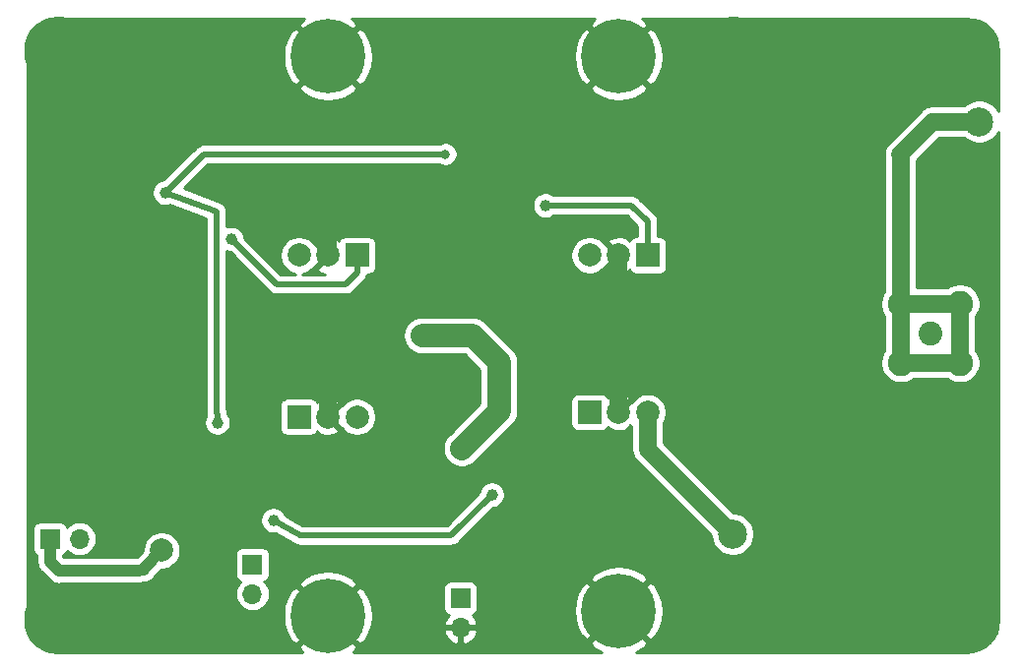
<source format=gbr>
G04 #@! TF.GenerationSoftware,KiCad,Pcbnew,(5.1.2)-1*
G04 #@! TF.CreationDate,2020-03-29T12:59:04+05:30*
G04 #@! TF.ProjectId,G6ALU_20WPA,4736414c-555f-4323-9057-50412e6b6963,rev?*
G04 #@! TF.SameCoordinates,Original*
G04 #@! TF.FileFunction,Copper,L1,Top*
G04 #@! TF.FilePolarity,Positive*
%FSLAX46Y46*%
G04 Gerber Fmt 4.6, Leading zero omitted, Abs format (unit mm)*
G04 Created by KiCad (PCBNEW (5.1.2)-1) date 2020-03-29 12:59:04*
%MOMM*%
%LPD*%
G04 APERTURE LIST*
%ADD10O,1.700000X1.700000*%
%ADD11R,1.700000X1.700000*%
%ADD12C,2.250000*%
%ADD13C,2.050000*%
%ADD14C,6.400000*%
%ADD15R,2.000000X2.000000*%
%ADD16C,2.000000*%
%ADD17C,6.000000*%
%ADD18C,1.000000*%
%ADD19C,0.800000*%
%ADD20C,2.500000*%
%ADD21C,1.500000*%
%ADD22C,0.500000*%
%ADD23C,2.000000*%
%ADD24C,1.000000*%
%ADD25C,0.254000*%
G04 APERTURE END LIST*
D10*
X80100000Y-110240000D03*
D11*
X80100000Y-107700000D03*
D12*
X135860000Y-85260000D03*
X135860000Y-90340000D03*
X140940000Y-90340000D03*
X140940000Y-85260000D03*
D13*
X138400000Y-87800000D03*
D10*
X98000000Y-113140000D03*
D11*
X98000000Y-110600000D03*
D10*
X65240000Y-105500000D03*
D11*
X62700000Y-105500000D03*
D14*
X86600000Y-64000000D03*
D15*
X89100000Y-81100000D03*
D16*
X86600000Y-81100000D03*
X84100000Y-81100000D03*
D14*
X86600000Y-112100000D03*
D15*
X84100000Y-95000000D03*
D16*
X86600000Y-95000000D03*
X89100000Y-95000000D03*
D14*
X111600000Y-64000000D03*
D15*
X114100000Y-81100000D03*
D16*
X111600000Y-81100000D03*
X109100000Y-81100000D03*
D14*
X111600000Y-111700000D03*
D15*
X109100000Y-94600000D03*
D16*
X111600000Y-94600000D03*
X114100000Y-94600000D03*
D17*
X63500000Y-112500000D03*
X121400000Y-112500000D03*
X63500000Y-63500000D03*
X121500000Y-63500000D03*
D18*
X100700000Y-101700000D03*
X81900000Y-103900000D03*
X77100000Y-95500000D03*
D19*
X96700000Y-72400000D03*
D18*
X72600000Y-75700000D03*
X78300000Y-79700000D03*
D16*
X98100000Y-97700000D03*
X94700000Y-88000000D03*
D18*
X105300000Y-76800000D03*
D20*
X121400000Y-105100000D03*
X142600000Y-69600000D03*
D16*
X72300000Y-106500000D03*
D21*
X111600000Y-81100000D02*
X111600000Y-94600000D01*
X86600000Y-77500000D02*
X86600000Y-81100000D01*
X91500000Y-77500000D02*
X86600000Y-77500000D01*
X94100000Y-80100000D02*
X91500000Y-77500000D01*
X94100000Y-82200000D02*
X94100000Y-80100000D01*
X86600000Y-95000000D02*
X86600000Y-89700000D01*
X86600000Y-89700000D02*
X94100000Y-82200000D01*
D22*
X97200000Y-105200000D02*
X100700000Y-101700000D01*
X81900000Y-103900000D02*
X84200000Y-105200000D01*
X84200000Y-105200000D02*
X97200000Y-105200000D01*
X75900000Y-72400000D02*
X96700000Y-72400000D01*
X72600000Y-75700000D02*
X75900000Y-72400000D01*
X77100000Y-94792894D02*
X77100000Y-95500000D01*
X77000000Y-94692894D02*
X77100000Y-94792894D01*
X72600000Y-75700000D02*
X77000000Y-77300000D01*
X77000000Y-77300000D02*
X77000000Y-94692894D01*
X89100000Y-82600000D02*
X89100000Y-81100000D01*
X88100000Y-83600000D02*
X89100000Y-82600000D01*
X78300000Y-79700000D02*
X82200000Y-83600000D01*
X82200000Y-83600000D02*
X88100000Y-83600000D01*
D23*
X99000000Y-88000000D02*
X94700000Y-88000000D01*
X101300000Y-90300000D02*
X99000000Y-88000000D01*
X98100000Y-97700000D02*
X101300000Y-94500000D01*
X101300000Y-94500000D02*
X101300000Y-90300000D01*
D22*
X105300000Y-76800000D02*
X112700000Y-76800000D01*
X114100000Y-78200000D02*
X114100000Y-81100000D01*
X112700000Y-76800000D02*
X114100000Y-78200000D01*
D21*
X114100000Y-97800000D02*
X121400000Y-105100000D01*
X114100000Y-94600000D02*
X114100000Y-97800000D01*
X135860000Y-85260000D02*
X140940000Y-85260000D01*
X140940000Y-90340000D02*
X135860000Y-90340000D01*
X135860000Y-85260000D02*
X135860000Y-90340000D01*
X140940000Y-85260000D02*
X140940000Y-90340000D01*
X142600000Y-69600000D02*
X138600000Y-69600000D01*
X138600000Y-69600000D02*
X135800000Y-72400000D01*
X135860000Y-72460000D02*
X135860000Y-85260000D01*
X135800000Y-72400000D02*
X135860000Y-72460000D01*
D24*
X70754827Y-108045173D02*
X72300000Y-106500000D01*
X70754827Y-108154827D02*
X70754827Y-108045173D01*
X63500000Y-108200000D02*
X70368851Y-108200000D01*
X62700000Y-105500000D02*
X62700000Y-107500000D01*
X62700000Y-107500000D02*
X63452624Y-108252625D01*
D25*
G36*
X84479330Y-60782445D02*
G01*
X84438912Y-60809452D01*
X84078724Y-61299119D01*
X86600000Y-63820395D01*
X89121276Y-61299119D01*
X88761088Y-60809452D01*
X88623886Y-60735000D01*
X109569456Y-60735000D01*
X109479330Y-60782445D01*
X109438912Y-60809452D01*
X109078724Y-61299119D01*
X111600000Y-63820395D01*
X114121276Y-61299119D01*
X113761088Y-60809452D01*
X113623886Y-60735000D01*
X141464053Y-60735000D01*
X142036372Y-60791116D01*
X142552319Y-60946890D01*
X143028175Y-61199908D01*
X143445833Y-61540541D01*
X143789366Y-61955801D01*
X144045702Y-62429885D01*
X144205072Y-62944727D01*
X144265001Y-63514909D01*
X144265001Y-68698939D01*
X144064175Y-68398382D01*
X143801618Y-68135825D01*
X143492882Y-67929534D01*
X143149834Y-67787439D01*
X142785656Y-67715000D01*
X142414344Y-67715000D01*
X142050166Y-67787439D01*
X141707118Y-67929534D01*
X141398382Y-68135825D01*
X141319207Y-68215000D01*
X138668029Y-68215000D01*
X138600000Y-68208300D01*
X138531971Y-68215000D01*
X138531963Y-68215000D01*
X138351892Y-68232735D01*
X138328492Y-68235040D01*
X138067419Y-68314236D01*
X137826812Y-68442843D01*
X137826810Y-68442844D01*
X137826811Y-68442844D01*
X137668766Y-68572548D01*
X137668764Y-68572550D01*
X137615919Y-68615919D01*
X137572550Y-68668764D01*
X134868768Y-71372547D01*
X134815919Y-71415919D01*
X134759226Y-71485000D01*
X134642844Y-71626812D01*
X134514236Y-71867420D01*
X134435040Y-72128493D01*
X134408300Y-72400000D01*
X134435040Y-72671507D01*
X134475000Y-72803237D01*
X134475001Y-84164881D01*
X134300308Y-84426327D01*
X134167636Y-84746627D01*
X134100000Y-85086655D01*
X134100000Y-85433345D01*
X134167636Y-85773373D01*
X134300308Y-86093673D01*
X134475000Y-86355118D01*
X134475001Y-89244881D01*
X134300308Y-89506327D01*
X134167636Y-89826627D01*
X134100000Y-90166655D01*
X134100000Y-90513345D01*
X134167636Y-90853373D01*
X134300308Y-91173673D01*
X134492919Y-91461935D01*
X134738065Y-91707081D01*
X135026327Y-91899692D01*
X135346627Y-92032364D01*
X135686655Y-92100000D01*
X136033345Y-92100000D01*
X136373373Y-92032364D01*
X136693673Y-91899692D01*
X136955117Y-91725000D01*
X139844883Y-91725000D01*
X140106327Y-91899692D01*
X140426627Y-92032364D01*
X140766655Y-92100000D01*
X141113345Y-92100000D01*
X141453373Y-92032364D01*
X141773673Y-91899692D01*
X142061935Y-91707081D01*
X142307081Y-91461935D01*
X142499692Y-91173673D01*
X142632364Y-90853373D01*
X142700000Y-90513345D01*
X142700000Y-90166655D01*
X142632364Y-89826627D01*
X142499692Y-89506327D01*
X142325000Y-89244883D01*
X142325000Y-86355117D01*
X142499692Y-86093673D01*
X142632364Y-85773373D01*
X142700000Y-85433345D01*
X142700000Y-85086655D01*
X142632364Y-84746627D01*
X142499692Y-84426327D01*
X142307081Y-84138065D01*
X142061935Y-83892919D01*
X141773673Y-83700308D01*
X141453373Y-83567636D01*
X141113345Y-83500000D01*
X140766655Y-83500000D01*
X140426627Y-83567636D01*
X140106327Y-83700308D01*
X139844883Y-83875000D01*
X137245000Y-83875000D01*
X137245000Y-72913685D01*
X139173686Y-70985000D01*
X141319207Y-70985000D01*
X141398382Y-71064175D01*
X141707118Y-71270466D01*
X142050166Y-71412561D01*
X142414344Y-71485000D01*
X142785656Y-71485000D01*
X143149834Y-71412561D01*
X143492882Y-71270466D01*
X143801618Y-71064175D01*
X144064175Y-70801618D01*
X144265001Y-70501061D01*
X144265000Y-112464054D01*
X144208884Y-113036372D01*
X144053112Y-113552313D01*
X143800091Y-114028178D01*
X143459459Y-114445834D01*
X143044200Y-114789366D01*
X142570115Y-115045702D01*
X142055273Y-115205072D01*
X141485101Y-115265000D01*
X113060665Y-115265000D01*
X113720670Y-114917555D01*
X113761088Y-114890548D01*
X114121276Y-114400881D01*
X111600000Y-111879605D01*
X109078724Y-114400881D01*
X109438912Y-114890548D01*
X110102882Y-115250849D01*
X110148494Y-115265000D01*
X88779881Y-115265000D01*
X89121276Y-114800881D01*
X86600000Y-112279605D01*
X84078724Y-114800881D01*
X84420119Y-115265000D01*
X63535946Y-115265000D01*
X62963628Y-115208884D01*
X62447687Y-115053112D01*
X61971822Y-114800091D01*
X61554166Y-114459459D01*
X61210634Y-114044200D01*
X60954298Y-113570115D01*
X60794928Y-113055273D01*
X60735000Y-112485101D01*
X60735000Y-112075695D01*
X82746520Y-112075695D01*
X82815822Y-112827938D01*
X83030548Y-113552208D01*
X83382445Y-114220670D01*
X83409452Y-114261088D01*
X83899119Y-114621276D01*
X86420395Y-112100000D01*
X86779605Y-112100000D01*
X89300881Y-114621276D01*
X89790548Y-114261088D01*
X90150849Y-113597118D01*
X90181944Y-113496890D01*
X96558524Y-113496890D01*
X96603175Y-113644099D01*
X96728359Y-113906920D01*
X96902412Y-114140269D01*
X97118645Y-114335178D01*
X97368748Y-114484157D01*
X97643109Y-114581481D01*
X97873000Y-114460814D01*
X97873000Y-113267000D01*
X98127000Y-113267000D01*
X98127000Y-114460814D01*
X98356891Y-114581481D01*
X98631252Y-114484157D01*
X98881355Y-114335178D01*
X99097588Y-114140269D01*
X99271641Y-113906920D01*
X99396825Y-113644099D01*
X99441476Y-113496890D01*
X99320155Y-113267000D01*
X98127000Y-113267000D01*
X97873000Y-113267000D01*
X96679845Y-113267000D01*
X96558524Y-113496890D01*
X90181944Y-113496890D01*
X90374694Y-112875615D01*
X90453480Y-112124305D01*
X90384178Y-111372062D01*
X90169452Y-110647792D01*
X89817555Y-109979330D01*
X89790548Y-109938912D01*
X89533727Y-109750000D01*
X96511928Y-109750000D01*
X96511928Y-111450000D01*
X96524188Y-111574482D01*
X96560498Y-111694180D01*
X96619463Y-111804494D01*
X96698815Y-111901185D01*
X96795506Y-111980537D01*
X96905820Y-112039502D01*
X96986466Y-112063966D01*
X96902412Y-112139731D01*
X96728359Y-112373080D01*
X96603175Y-112635901D01*
X96558524Y-112783110D01*
X96679845Y-113013000D01*
X97873000Y-113013000D01*
X97873000Y-112993000D01*
X98127000Y-112993000D01*
X98127000Y-113013000D01*
X99320155Y-113013000D01*
X99441476Y-112783110D01*
X99396825Y-112635901D01*
X99271641Y-112373080D01*
X99097588Y-112139731D01*
X99013534Y-112063966D01*
X99094180Y-112039502D01*
X99204494Y-111980537D01*
X99301185Y-111901185D01*
X99380537Y-111804494D01*
X99439502Y-111694180D01*
X99445109Y-111675695D01*
X107746520Y-111675695D01*
X107815822Y-112427938D01*
X108030548Y-113152208D01*
X108382445Y-113820670D01*
X108409452Y-113861088D01*
X108899119Y-114221276D01*
X111420395Y-111700000D01*
X111779605Y-111700000D01*
X114300881Y-114221276D01*
X114790548Y-113861088D01*
X115150849Y-113197118D01*
X115374694Y-112475615D01*
X115453480Y-111724305D01*
X115384178Y-110972062D01*
X115169452Y-110247792D01*
X114817555Y-109579330D01*
X114790548Y-109538912D01*
X114300881Y-109178724D01*
X111779605Y-111700000D01*
X111420395Y-111700000D01*
X108899119Y-109178724D01*
X108409452Y-109538912D01*
X108049151Y-110202882D01*
X107825306Y-110924385D01*
X107746520Y-111675695D01*
X99445109Y-111675695D01*
X99475812Y-111574482D01*
X99488072Y-111450000D01*
X99488072Y-109750000D01*
X99475812Y-109625518D01*
X99439502Y-109505820D01*
X99380537Y-109395506D01*
X99301185Y-109298815D01*
X99204494Y-109219463D01*
X99094180Y-109160498D01*
X98974482Y-109124188D01*
X98850000Y-109111928D01*
X97150000Y-109111928D01*
X97025518Y-109124188D01*
X96905820Y-109160498D01*
X96795506Y-109219463D01*
X96698815Y-109298815D01*
X96619463Y-109395506D01*
X96560498Y-109505820D01*
X96524188Y-109625518D01*
X96511928Y-109750000D01*
X89533727Y-109750000D01*
X89300881Y-109578724D01*
X86779605Y-112100000D01*
X86420395Y-112100000D01*
X83899119Y-109578724D01*
X83409452Y-109938912D01*
X83049151Y-110602882D01*
X82825306Y-111324385D01*
X82746520Y-112075695D01*
X60735000Y-112075695D01*
X60735000Y-110240000D01*
X78607815Y-110240000D01*
X78636487Y-110531111D01*
X78721401Y-110811034D01*
X78859294Y-111069014D01*
X79044866Y-111295134D01*
X79270986Y-111480706D01*
X79528966Y-111618599D01*
X79808889Y-111703513D01*
X80027050Y-111725000D01*
X80172950Y-111725000D01*
X80391111Y-111703513D01*
X80671034Y-111618599D01*
X80929014Y-111480706D01*
X81155134Y-111295134D01*
X81340706Y-111069014D01*
X81478599Y-110811034D01*
X81563513Y-110531111D01*
X81592185Y-110240000D01*
X81563513Y-109948889D01*
X81478599Y-109668966D01*
X81340706Y-109410986D01*
X81330967Y-109399119D01*
X84078724Y-109399119D01*
X86600000Y-111920395D01*
X89121276Y-109399119D01*
X88827046Y-108999119D01*
X109078724Y-108999119D01*
X111600000Y-111520395D01*
X114121276Y-108999119D01*
X113761088Y-108509452D01*
X113097118Y-108149151D01*
X112375615Y-107925306D01*
X111624305Y-107846520D01*
X110872062Y-107915822D01*
X110147792Y-108130548D01*
X109479330Y-108482445D01*
X109438912Y-108509452D01*
X109078724Y-108999119D01*
X88827046Y-108999119D01*
X88761088Y-108909452D01*
X88097118Y-108549151D01*
X87375615Y-108325306D01*
X86624305Y-108246520D01*
X85872062Y-108315822D01*
X85147792Y-108530548D01*
X84479330Y-108882445D01*
X84438912Y-108909452D01*
X84078724Y-109399119D01*
X81330967Y-109399119D01*
X81155134Y-109184866D01*
X81125313Y-109160393D01*
X81194180Y-109139502D01*
X81304494Y-109080537D01*
X81401185Y-109001185D01*
X81480537Y-108904494D01*
X81539502Y-108794180D01*
X81575812Y-108674482D01*
X81588072Y-108550000D01*
X81588072Y-106850000D01*
X81575812Y-106725518D01*
X81539502Y-106605820D01*
X81480537Y-106495506D01*
X81401185Y-106398815D01*
X81304494Y-106319463D01*
X81194180Y-106260498D01*
X81074482Y-106224188D01*
X80950000Y-106211928D01*
X79250000Y-106211928D01*
X79125518Y-106224188D01*
X79005820Y-106260498D01*
X78895506Y-106319463D01*
X78798815Y-106398815D01*
X78719463Y-106495506D01*
X78660498Y-106605820D01*
X78624188Y-106725518D01*
X78611928Y-106850000D01*
X78611928Y-108550000D01*
X78624188Y-108674482D01*
X78660498Y-108794180D01*
X78719463Y-108904494D01*
X78798815Y-109001185D01*
X78895506Y-109080537D01*
X79005820Y-109139502D01*
X79074687Y-109160393D01*
X79044866Y-109184866D01*
X78859294Y-109410986D01*
X78721401Y-109668966D01*
X78636487Y-109948889D01*
X78607815Y-110240000D01*
X60735000Y-110240000D01*
X60735000Y-104650000D01*
X61211928Y-104650000D01*
X61211928Y-106350000D01*
X61224188Y-106474482D01*
X61260498Y-106594180D01*
X61319463Y-106704494D01*
X61398815Y-106801185D01*
X61495506Y-106880537D01*
X61565001Y-106917683D01*
X61565001Y-107444239D01*
X61559509Y-107500000D01*
X61581423Y-107722498D01*
X61646324Y-107936446D01*
X61751716Y-108133622D01*
X61858011Y-108263143D01*
X61858014Y-108263146D01*
X61893552Y-108306449D01*
X61936855Y-108341987D01*
X62689481Y-109094613D01*
X62819000Y-109200908D01*
X63016176Y-109306300D01*
X63230124Y-109371202D01*
X63452623Y-109393116D01*
X63675122Y-109371202D01*
X63794463Y-109335000D01*
X70424603Y-109335000D01*
X70591350Y-109318577D01*
X70689299Y-109288864D01*
X70754827Y-109295318D01*
X70977325Y-109273404D01*
X71191273Y-109208503D01*
X71388450Y-109103111D01*
X71561276Y-108961276D01*
X71703111Y-108788450D01*
X71802355Y-108602777D01*
X72270132Y-108135000D01*
X72461033Y-108135000D01*
X72776912Y-108072168D01*
X73074463Y-107948918D01*
X73342252Y-107769987D01*
X73569987Y-107542252D01*
X73748918Y-107274463D01*
X73872168Y-106976912D01*
X73935000Y-106661033D01*
X73935000Y-106338967D01*
X73872168Y-106023088D01*
X73748918Y-105725537D01*
X73569987Y-105457748D01*
X73342252Y-105230013D01*
X73074463Y-105051082D01*
X72776912Y-104927832D01*
X72461033Y-104865000D01*
X72138967Y-104865000D01*
X71823088Y-104927832D01*
X71525537Y-105051082D01*
X71257748Y-105230013D01*
X71030013Y-105457748D01*
X70851082Y-105725537D01*
X70727832Y-106023088D01*
X70665000Y-106338967D01*
X70665000Y-106529868D01*
X70129869Y-107065000D01*
X63870131Y-107065000D01*
X63835000Y-107029869D01*
X63835000Y-106917683D01*
X63904494Y-106880537D01*
X64001185Y-106801185D01*
X64080537Y-106704494D01*
X64139502Y-106594180D01*
X64160393Y-106525313D01*
X64184866Y-106555134D01*
X64410986Y-106740706D01*
X64668966Y-106878599D01*
X64948889Y-106963513D01*
X65167050Y-106985000D01*
X65312950Y-106985000D01*
X65531111Y-106963513D01*
X65811034Y-106878599D01*
X66069014Y-106740706D01*
X66295134Y-106555134D01*
X66480706Y-106329014D01*
X66618599Y-106071034D01*
X66703513Y-105791111D01*
X66732185Y-105500000D01*
X66703513Y-105208889D01*
X66618599Y-104928966D01*
X66480706Y-104670986D01*
X66295134Y-104444866D01*
X66069014Y-104259294D01*
X65811034Y-104121401D01*
X65531111Y-104036487D01*
X65312950Y-104015000D01*
X65167050Y-104015000D01*
X64948889Y-104036487D01*
X64668966Y-104121401D01*
X64410986Y-104259294D01*
X64184866Y-104444866D01*
X64160393Y-104474687D01*
X64139502Y-104405820D01*
X64080537Y-104295506D01*
X64001185Y-104198815D01*
X63904494Y-104119463D01*
X63794180Y-104060498D01*
X63674482Y-104024188D01*
X63550000Y-104011928D01*
X61850000Y-104011928D01*
X61725518Y-104024188D01*
X61605820Y-104060498D01*
X61495506Y-104119463D01*
X61398815Y-104198815D01*
X61319463Y-104295506D01*
X61260498Y-104405820D01*
X61224188Y-104525518D01*
X61211928Y-104650000D01*
X60735000Y-104650000D01*
X60735000Y-103788212D01*
X80765000Y-103788212D01*
X80765000Y-104011788D01*
X80808617Y-104231067D01*
X80894176Y-104437624D01*
X81018388Y-104623520D01*
X81176480Y-104781612D01*
X81362376Y-104905824D01*
X81568933Y-104991383D01*
X81788212Y-105035000D01*
X82011788Y-105035000D01*
X82084070Y-105020622D01*
X83697807Y-105932736D01*
X83705941Y-105939411D01*
X83773597Y-105975574D01*
X83802378Y-105991841D01*
X83811945Y-105996071D01*
X83859687Y-106021589D01*
X83891477Y-106031232D01*
X83921864Y-106044667D01*
X83974695Y-106056477D01*
X84026510Y-106072195D01*
X84059581Y-106075452D01*
X84091995Y-106082698D01*
X84146111Y-106083975D01*
X84156523Y-106085000D01*
X84189586Y-106085000D01*
X84266276Y-106086809D01*
X84276642Y-106085000D01*
X97156531Y-106085000D01*
X97200000Y-106089281D01*
X97243469Y-106085000D01*
X97243477Y-106085000D01*
X97373490Y-106072195D01*
X97540313Y-106021589D01*
X97694059Y-105939411D01*
X97828817Y-105828817D01*
X97856534Y-105795044D01*
X100817768Y-102833810D01*
X101031067Y-102791383D01*
X101237624Y-102705824D01*
X101423520Y-102581612D01*
X101581612Y-102423520D01*
X101705824Y-102237624D01*
X101791383Y-102031067D01*
X101835000Y-101811788D01*
X101835000Y-101588212D01*
X101791383Y-101368933D01*
X101705824Y-101162376D01*
X101581612Y-100976480D01*
X101423520Y-100818388D01*
X101237624Y-100694176D01*
X101031067Y-100608617D01*
X100811788Y-100565000D01*
X100588212Y-100565000D01*
X100368933Y-100608617D01*
X100162376Y-100694176D01*
X99976480Y-100818388D01*
X99818388Y-100976480D01*
X99694176Y-101162376D01*
X99608617Y-101368933D01*
X99566190Y-101582232D01*
X96833422Y-104315000D01*
X84432802Y-104315000D01*
X82954256Y-103479300D01*
X82905824Y-103362376D01*
X82781612Y-103176480D01*
X82623520Y-103018388D01*
X82437624Y-102894176D01*
X82231067Y-102808617D01*
X82011788Y-102765000D01*
X81788212Y-102765000D01*
X81568933Y-102808617D01*
X81362376Y-102894176D01*
X81176480Y-103018388D01*
X81018388Y-103176480D01*
X80894176Y-103362376D01*
X80808617Y-103568933D01*
X80765000Y-103788212D01*
X60735000Y-103788212D01*
X60735000Y-75588212D01*
X71465000Y-75588212D01*
X71465000Y-75811788D01*
X71508617Y-76031067D01*
X71594176Y-76237624D01*
X71718388Y-76423520D01*
X71876480Y-76581612D01*
X72062376Y-76705824D01*
X72268933Y-76791383D01*
X72488212Y-76835000D01*
X72711788Y-76835000D01*
X72931067Y-76791383D01*
X72968733Y-76775781D01*
X76115000Y-77919878D01*
X76115001Y-94649415D01*
X76110719Y-94692894D01*
X76127805Y-94866384D01*
X76137332Y-94897789D01*
X76094176Y-94962376D01*
X76008617Y-95168933D01*
X75965000Y-95388212D01*
X75965000Y-95611788D01*
X76008617Y-95831067D01*
X76094176Y-96037624D01*
X76218388Y-96223520D01*
X76376480Y-96381612D01*
X76562376Y-96505824D01*
X76768933Y-96591383D01*
X76988212Y-96635000D01*
X77211788Y-96635000D01*
X77431067Y-96591383D01*
X77637624Y-96505824D01*
X77823520Y-96381612D01*
X77981612Y-96223520D01*
X78105824Y-96037624D01*
X78191383Y-95831067D01*
X78235000Y-95611788D01*
X78235000Y-95388212D01*
X78191383Y-95168933D01*
X78105824Y-94962376D01*
X77988711Y-94787104D01*
X77985000Y-94749427D01*
X77985000Y-94749417D01*
X77972195Y-94619404D01*
X77921589Y-94452581D01*
X77885000Y-94384127D01*
X77885000Y-94000000D01*
X82461928Y-94000000D01*
X82461928Y-96000000D01*
X82474188Y-96124482D01*
X82510498Y-96244180D01*
X82569463Y-96354494D01*
X82648815Y-96451185D01*
X82745506Y-96530537D01*
X82855820Y-96589502D01*
X82975518Y-96625812D01*
X83100000Y-96638072D01*
X85100000Y-96638072D01*
X85224482Y-96625812D01*
X85344180Y-96589502D01*
X85454494Y-96530537D01*
X85551185Y-96451185D01*
X85630537Y-96354494D01*
X85685976Y-96250777D01*
X85739956Y-96399814D01*
X86029571Y-96540704D01*
X86341108Y-96622384D01*
X86662595Y-96641718D01*
X86981675Y-96597961D01*
X87286088Y-96492795D01*
X87460044Y-96399814D01*
X87555808Y-96135413D01*
X86600000Y-95179605D01*
X86585858Y-95193748D01*
X86406253Y-95014143D01*
X86420395Y-95000000D01*
X86779605Y-95000000D01*
X87735413Y-95955808D01*
X87765075Y-95945065D01*
X87830013Y-96042252D01*
X88057748Y-96269987D01*
X88325537Y-96448918D01*
X88623088Y-96572168D01*
X88938967Y-96635000D01*
X89261033Y-96635000D01*
X89576912Y-96572168D01*
X89874463Y-96448918D01*
X90142252Y-96269987D01*
X90369987Y-96042252D01*
X90548918Y-95774463D01*
X90672168Y-95476912D01*
X90735000Y-95161033D01*
X90735000Y-94838967D01*
X90672168Y-94523088D01*
X90548918Y-94225537D01*
X90369987Y-93957748D01*
X90142252Y-93730013D01*
X89874463Y-93551082D01*
X89576912Y-93427832D01*
X89261033Y-93365000D01*
X88938967Y-93365000D01*
X88623088Y-93427832D01*
X88325537Y-93551082D01*
X88057748Y-93730013D01*
X87830013Y-93957748D01*
X87765075Y-94054935D01*
X87735413Y-94044192D01*
X86779605Y-95000000D01*
X86420395Y-95000000D01*
X86406253Y-94985858D01*
X86585858Y-94806253D01*
X86600000Y-94820395D01*
X87555808Y-93864587D01*
X87460044Y-93600186D01*
X87170429Y-93459296D01*
X86858892Y-93377616D01*
X86537405Y-93358282D01*
X86218325Y-93402039D01*
X85913912Y-93507205D01*
X85739956Y-93600186D01*
X85685976Y-93749223D01*
X85630537Y-93645506D01*
X85551185Y-93548815D01*
X85454494Y-93469463D01*
X85344180Y-93410498D01*
X85224482Y-93374188D01*
X85100000Y-93361928D01*
X83100000Y-93361928D01*
X82975518Y-93374188D01*
X82855820Y-93410498D01*
X82745506Y-93469463D01*
X82648815Y-93548815D01*
X82569463Y-93645506D01*
X82510498Y-93755820D01*
X82474188Y-93875518D01*
X82461928Y-94000000D01*
X77885000Y-94000000D01*
X77885000Y-88000000D01*
X93057089Y-88000000D01*
X93065000Y-88080322D01*
X93065000Y-88161033D01*
X93080746Y-88240193D01*
X93088657Y-88320516D01*
X93112086Y-88397751D01*
X93127832Y-88476912D01*
X93158719Y-88551479D01*
X93182148Y-88628715D01*
X93220196Y-88699898D01*
X93251082Y-88774463D01*
X93295921Y-88841569D01*
X93333969Y-88912752D01*
X93385174Y-88975146D01*
X93430013Y-89042252D01*
X93487080Y-89099319D01*
X93538286Y-89161714D01*
X93600681Y-89212920D01*
X93657748Y-89269987D01*
X93724854Y-89314826D01*
X93787248Y-89366031D01*
X93858431Y-89404079D01*
X93925537Y-89448918D01*
X94000102Y-89479804D01*
X94071285Y-89517852D01*
X94148521Y-89541281D01*
X94223088Y-89572168D01*
X94302249Y-89587914D01*
X94379484Y-89611343D01*
X94459807Y-89619254D01*
X94538967Y-89635000D01*
X98322762Y-89635000D01*
X99665001Y-90977240D01*
X99665000Y-93822761D01*
X97057751Y-96430011D01*
X97057748Y-96430013D01*
X96830013Y-96657748D01*
X96785168Y-96724863D01*
X96733970Y-96787248D01*
X96695926Y-96858424D01*
X96651082Y-96925537D01*
X96620194Y-97000108D01*
X96582148Y-97071286D01*
X96558721Y-97148517D01*
X96527832Y-97223088D01*
X96512084Y-97302257D01*
X96488658Y-97379484D01*
X96480747Y-97459799D01*
X96465000Y-97538967D01*
X96465000Y-97619681D01*
X96457089Y-97700000D01*
X96465000Y-97780319D01*
X96465000Y-97861033D01*
X96480747Y-97940201D01*
X96488658Y-98020516D01*
X96512084Y-98097743D01*
X96527832Y-98176912D01*
X96558721Y-98251483D01*
X96582148Y-98328714D01*
X96620194Y-98399892D01*
X96651082Y-98474463D01*
X96695926Y-98541576D01*
X96733970Y-98612752D01*
X96785169Y-98675138D01*
X96830013Y-98742252D01*
X96887089Y-98799328D01*
X96938287Y-98861713D01*
X97000672Y-98912911D01*
X97057748Y-98969987D01*
X97124862Y-99014831D01*
X97187248Y-99066030D01*
X97258424Y-99104074D01*
X97325537Y-99148918D01*
X97400108Y-99179806D01*
X97471286Y-99217852D01*
X97548517Y-99241279D01*
X97623088Y-99272168D01*
X97702257Y-99287916D01*
X97779484Y-99311342D01*
X97859799Y-99319253D01*
X97938967Y-99335000D01*
X98019681Y-99335000D01*
X98100000Y-99342911D01*
X98180319Y-99335000D01*
X98261033Y-99335000D01*
X98340201Y-99319253D01*
X98420516Y-99311342D01*
X98497743Y-99287916D01*
X98576912Y-99272168D01*
X98651483Y-99241279D01*
X98728714Y-99217852D01*
X98799892Y-99179806D01*
X98874463Y-99148918D01*
X98941576Y-99104074D01*
X99012752Y-99066030D01*
X99075137Y-99014832D01*
X99142252Y-98969987D01*
X99369987Y-98742252D01*
X99369989Y-98742249D01*
X102399320Y-95712919D01*
X102461714Y-95661714D01*
X102666031Y-95412752D01*
X102817852Y-95128715D01*
X102911343Y-94820516D01*
X102935000Y-94580322D01*
X102935000Y-94580320D01*
X102942911Y-94500001D01*
X102935000Y-94419681D01*
X102935000Y-93600000D01*
X107461928Y-93600000D01*
X107461928Y-95600000D01*
X107474188Y-95724482D01*
X107510498Y-95844180D01*
X107569463Y-95954494D01*
X107648815Y-96051185D01*
X107745506Y-96130537D01*
X107855820Y-96189502D01*
X107975518Y-96225812D01*
X108100000Y-96238072D01*
X110100000Y-96238072D01*
X110224482Y-96225812D01*
X110344180Y-96189502D01*
X110454494Y-96130537D01*
X110551185Y-96051185D01*
X110630537Y-95954494D01*
X110685976Y-95850777D01*
X110739956Y-95999814D01*
X111029571Y-96140704D01*
X111341108Y-96222384D01*
X111662595Y-96241718D01*
X111981675Y-96197961D01*
X112286088Y-96092795D01*
X112460044Y-95999814D01*
X112555807Y-95735415D01*
X112671475Y-95851083D01*
X112715000Y-95807558D01*
X112715001Y-97731961D01*
X112708300Y-97800000D01*
X112735040Y-98071507D01*
X112814236Y-98332580D01*
X112942844Y-98573188D01*
X113072548Y-98731233D01*
X113072551Y-98731236D01*
X113115920Y-98784081D01*
X113168764Y-98827449D01*
X119515000Y-105173686D01*
X119515000Y-105285656D01*
X119587439Y-105649834D01*
X119729534Y-105992882D01*
X119935825Y-106301618D01*
X120198382Y-106564175D01*
X120507118Y-106770466D01*
X120850166Y-106912561D01*
X121214344Y-106985000D01*
X121585656Y-106985000D01*
X121949834Y-106912561D01*
X122292882Y-106770466D01*
X122601618Y-106564175D01*
X122864175Y-106301618D01*
X123070466Y-105992882D01*
X123212561Y-105649834D01*
X123285000Y-105285656D01*
X123285000Y-104914344D01*
X123212561Y-104550166D01*
X123070466Y-104207118D01*
X122864175Y-103898382D01*
X122601618Y-103635825D01*
X122292882Y-103429534D01*
X121949834Y-103287439D01*
X121585656Y-103215000D01*
X121473686Y-103215000D01*
X115485000Y-97226315D01*
X115485000Y-95470123D01*
X115548918Y-95374463D01*
X115672168Y-95076912D01*
X115735000Y-94761033D01*
X115735000Y-94438967D01*
X115672168Y-94123088D01*
X115548918Y-93825537D01*
X115369987Y-93557748D01*
X115142252Y-93330013D01*
X114874463Y-93151082D01*
X114576912Y-93027832D01*
X114261033Y-92965000D01*
X113938967Y-92965000D01*
X113623088Y-93027832D01*
X113325537Y-93151082D01*
X113057748Y-93330013D01*
X112830013Y-93557748D01*
X112765075Y-93654935D01*
X112735413Y-93644192D01*
X111779605Y-94600000D01*
X111793748Y-94614143D01*
X111614143Y-94793748D01*
X111600000Y-94779605D01*
X111585858Y-94793748D01*
X111406253Y-94614143D01*
X111420395Y-94600000D01*
X111406253Y-94585858D01*
X111585858Y-94406253D01*
X111600000Y-94420395D01*
X112555808Y-93464587D01*
X112460044Y-93200186D01*
X112170429Y-93059296D01*
X111858892Y-92977616D01*
X111537405Y-92958282D01*
X111218325Y-93002039D01*
X110913912Y-93107205D01*
X110739956Y-93200186D01*
X110685976Y-93349223D01*
X110630537Y-93245506D01*
X110551185Y-93148815D01*
X110454494Y-93069463D01*
X110344180Y-93010498D01*
X110224482Y-92974188D01*
X110100000Y-92961928D01*
X108100000Y-92961928D01*
X107975518Y-92974188D01*
X107855820Y-93010498D01*
X107745506Y-93069463D01*
X107648815Y-93148815D01*
X107569463Y-93245506D01*
X107510498Y-93355820D01*
X107474188Y-93475518D01*
X107461928Y-93600000D01*
X102935000Y-93600000D01*
X102935000Y-90380319D01*
X102942911Y-90299999D01*
X102935000Y-90219678D01*
X102911343Y-89979484D01*
X102817852Y-89671285D01*
X102666031Y-89387248D01*
X102461714Y-89138286D01*
X102399318Y-89087080D01*
X100212925Y-86900687D01*
X100161714Y-86838286D01*
X99912752Y-86633969D01*
X99628715Y-86482148D01*
X99320516Y-86388657D01*
X99080322Y-86365000D01*
X99080319Y-86365000D01*
X99000000Y-86357089D01*
X98919681Y-86365000D01*
X94538967Y-86365000D01*
X94459807Y-86380746D01*
X94379484Y-86388657D01*
X94302249Y-86412086D01*
X94223088Y-86427832D01*
X94148521Y-86458719D01*
X94071285Y-86482148D01*
X94000102Y-86520196D01*
X93925537Y-86551082D01*
X93858431Y-86595921D01*
X93787248Y-86633969D01*
X93724854Y-86685174D01*
X93657748Y-86730013D01*
X93600681Y-86787080D01*
X93538286Y-86838286D01*
X93487080Y-86900681D01*
X93430013Y-86957748D01*
X93385174Y-87024854D01*
X93333969Y-87087248D01*
X93295921Y-87158431D01*
X93251082Y-87225537D01*
X93220196Y-87300102D01*
X93182148Y-87371285D01*
X93158719Y-87448521D01*
X93127832Y-87523088D01*
X93112086Y-87602249D01*
X93088657Y-87679484D01*
X93080746Y-87759807D01*
X93065000Y-87838967D01*
X93065000Y-87919678D01*
X93057089Y-88000000D01*
X77885000Y-88000000D01*
X77885000Y-80756617D01*
X77968933Y-80791383D01*
X78182232Y-80833811D01*
X81543470Y-84195049D01*
X81571183Y-84228817D01*
X81604951Y-84256530D01*
X81604953Y-84256532D01*
X81705940Y-84339410D01*
X81705941Y-84339411D01*
X81859687Y-84421589D01*
X82026510Y-84472195D01*
X82156523Y-84485000D01*
X82156531Y-84485000D01*
X82200000Y-84489281D01*
X82243469Y-84485000D01*
X88056531Y-84485000D01*
X88100000Y-84489281D01*
X88143469Y-84485000D01*
X88143477Y-84485000D01*
X88273490Y-84472195D01*
X88440313Y-84421589D01*
X88594059Y-84339411D01*
X88728817Y-84228817D01*
X88756534Y-84195044D01*
X89695050Y-83256529D01*
X89728817Y-83228817D01*
X89839411Y-83094059D01*
X89905089Y-82971183D01*
X89921589Y-82940314D01*
X89972195Y-82773490D01*
X89975683Y-82738072D01*
X90100000Y-82738072D01*
X90224482Y-82725812D01*
X90344180Y-82689502D01*
X90454494Y-82630537D01*
X90551185Y-82551185D01*
X90630537Y-82454494D01*
X90689502Y-82344180D01*
X90725812Y-82224482D01*
X90738072Y-82100000D01*
X90738072Y-80938967D01*
X107465000Y-80938967D01*
X107465000Y-81261033D01*
X107527832Y-81576912D01*
X107651082Y-81874463D01*
X107830013Y-82142252D01*
X108057748Y-82369987D01*
X108325537Y-82548918D01*
X108623088Y-82672168D01*
X108938967Y-82735000D01*
X109261033Y-82735000D01*
X109576912Y-82672168D01*
X109874463Y-82548918D01*
X110142252Y-82369987D01*
X110369987Y-82142252D01*
X110434925Y-82045065D01*
X110464587Y-82055808D01*
X111420395Y-81100000D01*
X110464587Y-80144192D01*
X110434925Y-80154935D01*
X110369987Y-80057748D01*
X110142252Y-79830013D01*
X109874463Y-79651082D01*
X109576912Y-79527832D01*
X109261033Y-79465000D01*
X108938967Y-79465000D01*
X108623088Y-79527832D01*
X108325537Y-79651082D01*
X108057748Y-79830013D01*
X107830013Y-80057748D01*
X107651082Y-80325537D01*
X107527832Y-80623088D01*
X107465000Y-80938967D01*
X90738072Y-80938967D01*
X90738072Y-80100000D01*
X90725812Y-79975518D01*
X90689502Y-79855820D01*
X90630537Y-79745506D01*
X90551185Y-79648815D01*
X90454494Y-79569463D01*
X90344180Y-79510498D01*
X90224482Y-79474188D01*
X90100000Y-79461928D01*
X88100000Y-79461928D01*
X87975518Y-79474188D01*
X87855820Y-79510498D01*
X87745506Y-79569463D01*
X87648815Y-79648815D01*
X87569463Y-79745506D01*
X87514024Y-79849223D01*
X87460044Y-79700186D01*
X87170429Y-79559296D01*
X86858892Y-79477616D01*
X86537405Y-79458282D01*
X86218325Y-79502039D01*
X85913912Y-79607205D01*
X85739956Y-79700186D01*
X85644192Y-79964587D01*
X86600000Y-80920395D01*
X86614143Y-80906253D01*
X86793748Y-81085858D01*
X86779605Y-81100000D01*
X86793748Y-81114143D01*
X86614143Y-81293748D01*
X86600000Y-81279605D01*
X85644192Y-82235413D01*
X85739956Y-82499814D01*
X86029571Y-82640704D01*
X86312945Y-82715000D01*
X84361580Y-82715000D01*
X84576912Y-82672168D01*
X84874463Y-82548918D01*
X85142252Y-82369987D01*
X85369987Y-82142252D01*
X85434925Y-82045065D01*
X85464587Y-82055808D01*
X86420395Y-81100000D01*
X85464587Y-80144192D01*
X85434925Y-80154935D01*
X85369987Y-80057748D01*
X85142252Y-79830013D01*
X84874463Y-79651082D01*
X84576912Y-79527832D01*
X84261033Y-79465000D01*
X83938967Y-79465000D01*
X83623088Y-79527832D01*
X83325537Y-79651082D01*
X83057748Y-79830013D01*
X82830013Y-80057748D01*
X82651082Y-80325537D01*
X82527832Y-80623088D01*
X82465000Y-80938967D01*
X82465000Y-81261033D01*
X82527832Y-81576912D01*
X82651082Y-81874463D01*
X82830013Y-82142252D01*
X83057748Y-82369987D01*
X83325537Y-82548918D01*
X83623088Y-82672168D01*
X83838420Y-82715000D01*
X82566579Y-82715000D01*
X79433811Y-79582232D01*
X79391383Y-79368933D01*
X79305824Y-79162376D01*
X79181612Y-78976480D01*
X79023520Y-78818388D01*
X78837624Y-78694176D01*
X78631067Y-78608617D01*
X78411788Y-78565000D01*
X78188212Y-78565000D01*
X77968933Y-78608617D01*
X77885000Y-78643383D01*
X77885000Y-77323994D01*
X77888423Y-77260948D01*
X77878835Y-77193932D01*
X77872195Y-77126510D01*
X77866507Y-77107761D01*
X77863734Y-77088375D01*
X77841251Y-77024503D01*
X77821589Y-76959687D01*
X77812354Y-76942409D01*
X77805851Y-76923935D01*
X77771338Y-76865672D01*
X77739411Y-76805941D01*
X77726986Y-76790801D01*
X77717002Y-76773947D01*
X77671774Y-76723526D01*
X77642793Y-76688212D01*
X104165000Y-76688212D01*
X104165000Y-76911788D01*
X104208617Y-77131067D01*
X104294176Y-77337624D01*
X104418388Y-77523520D01*
X104576480Y-77681612D01*
X104762376Y-77805824D01*
X104968933Y-77891383D01*
X105188212Y-77935000D01*
X105411788Y-77935000D01*
X105631067Y-77891383D01*
X105837624Y-77805824D01*
X106018450Y-77685000D01*
X112333422Y-77685000D01*
X113215000Y-78566579D01*
X113215000Y-79461928D01*
X113100000Y-79461928D01*
X112975518Y-79474188D01*
X112855820Y-79510498D01*
X112745506Y-79569463D01*
X112648815Y-79648815D01*
X112569463Y-79745506D01*
X112514024Y-79849223D01*
X112460044Y-79700186D01*
X112170429Y-79559296D01*
X111858892Y-79477616D01*
X111537405Y-79458282D01*
X111218325Y-79502039D01*
X110913912Y-79607205D01*
X110739956Y-79700186D01*
X110644192Y-79964587D01*
X111600000Y-80920395D01*
X111614143Y-80906253D01*
X111793748Y-81085858D01*
X111779605Y-81100000D01*
X111793748Y-81114143D01*
X111614143Y-81293748D01*
X111600000Y-81279605D01*
X110644192Y-82235413D01*
X110739956Y-82499814D01*
X111029571Y-82640704D01*
X111341108Y-82722384D01*
X111662595Y-82741718D01*
X111981675Y-82697961D01*
X112286088Y-82592795D01*
X112460044Y-82499814D01*
X112514024Y-82350777D01*
X112569463Y-82454494D01*
X112648815Y-82551185D01*
X112745506Y-82630537D01*
X112855820Y-82689502D01*
X112975518Y-82725812D01*
X113100000Y-82738072D01*
X115100000Y-82738072D01*
X115224482Y-82725812D01*
X115344180Y-82689502D01*
X115454494Y-82630537D01*
X115551185Y-82551185D01*
X115630537Y-82454494D01*
X115689502Y-82344180D01*
X115725812Y-82224482D01*
X115738072Y-82100000D01*
X115738072Y-80100000D01*
X115725812Y-79975518D01*
X115689502Y-79855820D01*
X115630537Y-79745506D01*
X115551185Y-79648815D01*
X115454494Y-79569463D01*
X115344180Y-79510498D01*
X115224482Y-79474188D01*
X115100000Y-79461928D01*
X114985000Y-79461928D01*
X114985000Y-78243469D01*
X114989281Y-78200000D01*
X114985000Y-78156531D01*
X114985000Y-78156523D01*
X114972195Y-78026510D01*
X114969311Y-78017001D01*
X114944435Y-77935000D01*
X114921589Y-77859687D01*
X114839411Y-77705941D01*
X114811716Y-77672195D01*
X114756532Y-77604953D01*
X114756530Y-77604951D01*
X114728817Y-77571183D01*
X114695050Y-77543471D01*
X113356534Y-76204956D01*
X113328817Y-76171183D01*
X113194059Y-76060589D01*
X113040313Y-75978411D01*
X112873490Y-75927805D01*
X112743477Y-75915000D01*
X112743469Y-75915000D01*
X112700000Y-75910719D01*
X112656531Y-75915000D01*
X106018450Y-75915000D01*
X105837624Y-75794176D01*
X105631067Y-75708617D01*
X105411788Y-75665000D01*
X105188212Y-75665000D01*
X104968933Y-75708617D01*
X104762376Y-75794176D01*
X104576480Y-75918388D01*
X104418388Y-76076480D01*
X104294176Y-76262376D01*
X104208617Y-76468933D01*
X104165000Y-76688212D01*
X77642793Y-76688212D01*
X77628817Y-76671183D01*
X77613677Y-76658758D01*
X77600596Y-76644175D01*
X77546400Y-76603545D01*
X77494058Y-76560589D01*
X77476789Y-76551359D01*
X77461111Y-76539605D01*
X77400007Y-76510318D01*
X77340312Y-76478411D01*
X77279903Y-76460086D01*
X74208401Y-75343177D01*
X76266579Y-73285000D01*
X96161546Y-73285000D01*
X96209744Y-73317205D01*
X96398102Y-73395226D01*
X96598061Y-73435000D01*
X96801939Y-73435000D01*
X97001898Y-73395226D01*
X97190256Y-73317205D01*
X97359774Y-73203937D01*
X97503937Y-73059774D01*
X97617205Y-72890256D01*
X97695226Y-72701898D01*
X97735000Y-72501939D01*
X97735000Y-72298061D01*
X97695226Y-72098102D01*
X97617205Y-71909744D01*
X97503937Y-71740226D01*
X97359774Y-71596063D01*
X97190256Y-71482795D01*
X97001898Y-71404774D01*
X96801939Y-71365000D01*
X96598061Y-71365000D01*
X96398102Y-71404774D01*
X96209744Y-71482795D01*
X96161546Y-71515000D01*
X75943469Y-71515000D01*
X75900000Y-71510719D01*
X75856531Y-71515000D01*
X75856523Y-71515000D01*
X75726510Y-71527805D01*
X75559687Y-71578411D01*
X75469134Y-71626812D01*
X75405941Y-71660589D01*
X75304953Y-71743468D01*
X75304951Y-71743470D01*
X75271183Y-71771183D01*
X75243470Y-71804951D01*
X72482232Y-74566189D01*
X72268933Y-74608617D01*
X72062376Y-74694176D01*
X71876480Y-74818388D01*
X71718388Y-74976480D01*
X71594176Y-75162376D01*
X71508617Y-75368933D01*
X71465000Y-75588212D01*
X60735000Y-75588212D01*
X60735000Y-66700881D01*
X84078724Y-66700881D01*
X84438912Y-67190548D01*
X85102882Y-67550849D01*
X85824385Y-67774694D01*
X86575695Y-67853480D01*
X87327938Y-67784178D01*
X88052208Y-67569452D01*
X88720670Y-67217555D01*
X88761088Y-67190548D01*
X89121276Y-66700881D01*
X109078724Y-66700881D01*
X109438912Y-67190548D01*
X110102882Y-67550849D01*
X110824385Y-67774694D01*
X111575695Y-67853480D01*
X112327938Y-67784178D01*
X113052208Y-67569452D01*
X113720670Y-67217555D01*
X113761088Y-67190548D01*
X114121276Y-66700881D01*
X111600000Y-64179605D01*
X109078724Y-66700881D01*
X89121276Y-66700881D01*
X86600000Y-64179605D01*
X84078724Y-66700881D01*
X60735000Y-66700881D01*
X60735000Y-63975695D01*
X82746520Y-63975695D01*
X82815822Y-64727938D01*
X83030548Y-65452208D01*
X83382445Y-66120670D01*
X83409452Y-66161088D01*
X83899119Y-66521276D01*
X86420395Y-64000000D01*
X86779605Y-64000000D01*
X89300881Y-66521276D01*
X89790548Y-66161088D01*
X90150849Y-65497118D01*
X90374694Y-64775615D01*
X90453480Y-64024305D01*
X90449002Y-63975695D01*
X107746520Y-63975695D01*
X107815822Y-64727938D01*
X108030548Y-65452208D01*
X108382445Y-66120670D01*
X108409452Y-66161088D01*
X108899119Y-66521276D01*
X111420395Y-64000000D01*
X111779605Y-64000000D01*
X114300881Y-66521276D01*
X114790548Y-66161088D01*
X115150849Y-65497118D01*
X115374694Y-64775615D01*
X115453480Y-64024305D01*
X115384178Y-63272062D01*
X115169452Y-62547792D01*
X114817555Y-61879330D01*
X114790548Y-61838912D01*
X114300881Y-61478724D01*
X111779605Y-64000000D01*
X111420395Y-64000000D01*
X108899119Y-61478724D01*
X108409452Y-61838912D01*
X108049151Y-62502882D01*
X107825306Y-63224385D01*
X107746520Y-63975695D01*
X90449002Y-63975695D01*
X90384178Y-63272062D01*
X90169452Y-62547792D01*
X89817555Y-61879330D01*
X89790548Y-61838912D01*
X89300881Y-61478724D01*
X86779605Y-64000000D01*
X86420395Y-64000000D01*
X83899119Y-61478724D01*
X83409452Y-61838912D01*
X83049151Y-62502882D01*
X82825306Y-63224385D01*
X82746520Y-63975695D01*
X60735000Y-63975695D01*
X60735000Y-63535947D01*
X60791116Y-62963628D01*
X60946890Y-62447681D01*
X61199908Y-61971825D01*
X61540541Y-61554167D01*
X61955801Y-61210634D01*
X62429885Y-60954298D01*
X62944727Y-60794928D01*
X63514899Y-60735000D01*
X84569456Y-60735000D01*
X84479330Y-60782445D01*
X84479330Y-60782445D01*
G37*
X84479330Y-60782445D02*
X84438912Y-60809452D01*
X84078724Y-61299119D01*
X86600000Y-63820395D01*
X89121276Y-61299119D01*
X88761088Y-60809452D01*
X88623886Y-60735000D01*
X109569456Y-60735000D01*
X109479330Y-60782445D01*
X109438912Y-60809452D01*
X109078724Y-61299119D01*
X111600000Y-63820395D01*
X114121276Y-61299119D01*
X113761088Y-60809452D01*
X113623886Y-60735000D01*
X141464053Y-60735000D01*
X142036372Y-60791116D01*
X142552319Y-60946890D01*
X143028175Y-61199908D01*
X143445833Y-61540541D01*
X143789366Y-61955801D01*
X144045702Y-62429885D01*
X144205072Y-62944727D01*
X144265001Y-63514909D01*
X144265001Y-68698939D01*
X144064175Y-68398382D01*
X143801618Y-68135825D01*
X143492882Y-67929534D01*
X143149834Y-67787439D01*
X142785656Y-67715000D01*
X142414344Y-67715000D01*
X142050166Y-67787439D01*
X141707118Y-67929534D01*
X141398382Y-68135825D01*
X141319207Y-68215000D01*
X138668029Y-68215000D01*
X138600000Y-68208300D01*
X138531971Y-68215000D01*
X138531963Y-68215000D01*
X138351892Y-68232735D01*
X138328492Y-68235040D01*
X138067419Y-68314236D01*
X137826812Y-68442843D01*
X137826810Y-68442844D01*
X137826811Y-68442844D01*
X137668766Y-68572548D01*
X137668764Y-68572550D01*
X137615919Y-68615919D01*
X137572550Y-68668764D01*
X134868768Y-71372547D01*
X134815919Y-71415919D01*
X134759226Y-71485000D01*
X134642844Y-71626812D01*
X134514236Y-71867420D01*
X134435040Y-72128493D01*
X134408300Y-72400000D01*
X134435040Y-72671507D01*
X134475000Y-72803237D01*
X134475001Y-84164881D01*
X134300308Y-84426327D01*
X134167636Y-84746627D01*
X134100000Y-85086655D01*
X134100000Y-85433345D01*
X134167636Y-85773373D01*
X134300308Y-86093673D01*
X134475000Y-86355118D01*
X134475001Y-89244881D01*
X134300308Y-89506327D01*
X134167636Y-89826627D01*
X134100000Y-90166655D01*
X134100000Y-90513345D01*
X134167636Y-90853373D01*
X134300308Y-91173673D01*
X134492919Y-91461935D01*
X134738065Y-91707081D01*
X135026327Y-91899692D01*
X135346627Y-92032364D01*
X135686655Y-92100000D01*
X136033345Y-92100000D01*
X136373373Y-92032364D01*
X136693673Y-91899692D01*
X136955117Y-91725000D01*
X139844883Y-91725000D01*
X140106327Y-91899692D01*
X140426627Y-92032364D01*
X140766655Y-92100000D01*
X141113345Y-92100000D01*
X141453373Y-92032364D01*
X141773673Y-91899692D01*
X142061935Y-91707081D01*
X142307081Y-91461935D01*
X142499692Y-91173673D01*
X142632364Y-90853373D01*
X142700000Y-90513345D01*
X142700000Y-90166655D01*
X142632364Y-89826627D01*
X142499692Y-89506327D01*
X142325000Y-89244883D01*
X142325000Y-86355117D01*
X142499692Y-86093673D01*
X142632364Y-85773373D01*
X142700000Y-85433345D01*
X142700000Y-85086655D01*
X142632364Y-84746627D01*
X142499692Y-84426327D01*
X142307081Y-84138065D01*
X142061935Y-83892919D01*
X141773673Y-83700308D01*
X141453373Y-83567636D01*
X141113345Y-83500000D01*
X140766655Y-83500000D01*
X140426627Y-83567636D01*
X140106327Y-83700308D01*
X139844883Y-83875000D01*
X137245000Y-83875000D01*
X137245000Y-72913685D01*
X139173686Y-70985000D01*
X141319207Y-70985000D01*
X141398382Y-71064175D01*
X141707118Y-71270466D01*
X142050166Y-71412561D01*
X142414344Y-71485000D01*
X142785656Y-71485000D01*
X143149834Y-71412561D01*
X143492882Y-71270466D01*
X143801618Y-71064175D01*
X144064175Y-70801618D01*
X144265001Y-70501061D01*
X144265000Y-112464054D01*
X144208884Y-113036372D01*
X144053112Y-113552313D01*
X143800091Y-114028178D01*
X143459459Y-114445834D01*
X143044200Y-114789366D01*
X142570115Y-115045702D01*
X142055273Y-115205072D01*
X141485101Y-115265000D01*
X113060665Y-115265000D01*
X113720670Y-114917555D01*
X113761088Y-114890548D01*
X114121276Y-114400881D01*
X111600000Y-111879605D01*
X109078724Y-114400881D01*
X109438912Y-114890548D01*
X110102882Y-115250849D01*
X110148494Y-115265000D01*
X88779881Y-115265000D01*
X89121276Y-114800881D01*
X86600000Y-112279605D01*
X84078724Y-114800881D01*
X84420119Y-115265000D01*
X63535946Y-115265000D01*
X62963628Y-115208884D01*
X62447687Y-115053112D01*
X61971822Y-114800091D01*
X61554166Y-114459459D01*
X61210634Y-114044200D01*
X60954298Y-113570115D01*
X60794928Y-113055273D01*
X60735000Y-112485101D01*
X60735000Y-112075695D01*
X82746520Y-112075695D01*
X82815822Y-112827938D01*
X83030548Y-113552208D01*
X83382445Y-114220670D01*
X83409452Y-114261088D01*
X83899119Y-114621276D01*
X86420395Y-112100000D01*
X86779605Y-112100000D01*
X89300881Y-114621276D01*
X89790548Y-114261088D01*
X90150849Y-113597118D01*
X90181944Y-113496890D01*
X96558524Y-113496890D01*
X96603175Y-113644099D01*
X96728359Y-113906920D01*
X96902412Y-114140269D01*
X97118645Y-114335178D01*
X97368748Y-114484157D01*
X97643109Y-114581481D01*
X97873000Y-114460814D01*
X97873000Y-113267000D01*
X98127000Y-113267000D01*
X98127000Y-114460814D01*
X98356891Y-114581481D01*
X98631252Y-114484157D01*
X98881355Y-114335178D01*
X99097588Y-114140269D01*
X99271641Y-113906920D01*
X99396825Y-113644099D01*
X99441476Y-113496890D01*
X99320155Y-113267000D01*
X98127000Y-113267000D01*
X97873000Y-113267000D01*
X96679845Y-113267000D01*
X96558524Y-113496890D01*
X90181944Y-113496890D01*
X90374694Y-112875615D01*
X90453480Y-112124305D01*
X90384178Y-111372062D01*
X90169452Y-110647792D01*
X89817555Y-109979330D01*
X89790548Y-109938912D01*
X89533727Y-109750000D01*
X96511928Y-109750000D01*
X96511928Y-111450000D01*
X96524188Y-111574482D01*
X96560498Y-111694180D01*
X96619463Y-111804494D01*
X96698815Y-111901185D01*
X96795506Y-111980537D01*
X96905820Y-112039502D01*
X96986466Y-112063966D01*
X96902412Y-112139731D01*
X96728359Y-112373080D01*
X96603175Y-112635901D01*
X96558524Y-112783110D01*
X96679845Y-113013000D01*
X97873000Y-113013000D01*
X97873000Y-112993000D01*
X98127000Y-112993000D01*
X98127000Y-113013000D01*
X99320155Y-113013000D01*
X99441476Y-112783110D01*
X99396825Y-112635901D01*
X99271641Y-112373080D01*
X99097588Y-112139731D01*
X99013534Y-112063966D01*
X99094180Y-112039502D01*
X99204494Y-111980537D01*
X99301185Y-111901185D01*
X99380537Y-111804494D01*
X99439502Y-111694180D01*
X99445109Y-111675695D01*
X107746520Y-111675695D01*
X107815822Y-112427938D01*
X108030548Y-113152208D01*
X108382445Y-113820670D01*
X108409452Y-113861088D01*
X108899119Y-114221276D01*
X111420395Y-111700000D01*
X111779605Y-111700000D01*
X114300881Y-114221276D01*
X114790548Y-113861088D01*
X115150849Y-113197118D01*
X115374694Y-112475615D01*
X115453480Y-111724305D01*
X115384178Y-110972062D01*
X115169452Y-110247792D01*
X114817555Y-109579330D01*
X114790548Y-109538912D01*
X114300881Y-109178724D01*
X111779605Y-111700000D01*
X111420395Y-111700000D01*
X108899119Y-109178724D01*
X108409452Y-109538912D01*
X108049151Y-110202882D01*
X107825306Y-110924385D01*
X107746520Y-111675695D01*
X99445109Y-111675695D01*
X99475812Y-111574482D01*
X99488072Y-111450000D01*
X99488072Y-109750000D01*
X99475812Y-109625518D01*
X99439502Y-109505820D01*
X99380537Y-109395506D01*
X99301185Y-109298815D01*
X99204494Y-109219463D01*
X99094180Y-109160498D01*
X98974482Y-109124188D01*
X98850000Y-109111928D01*
X97150000Y-109111928D01*
X97025518Y-109124188D01*
X96905820Y-109160498D01*
X96795506Y-109219463D01*
X96698815Y-109298815D01*
X96619463Y-109395506D01*
X96560498Y-109505820D01*
X96524188Y-109625518D01*
X96511928Y-109750000D01*
X89533727Y-109750000D01*
X89300881Y-109578724D01*
X86779605Y-112100000D01*
X86420395Y-112100000D01*
X83899119Y-109578724D01*
X83409452Y-109938912D01*
X83049151Y-110602882D01*
X82825306Y-111324385D01*
X82746520Y-112075695D01*
X60735000Y-112075695D01*
X60735000Y-110240000D01*
X78607815Y-110240000D01*
X78636487Y-110531111D01*
X78721401Y-110811034D01*
X78859294Y-111069014D01*
X79044866Y-111295134D01*
X79270986Y-111480706D01*
X79528966Y-111618599D01*
X79808889Y-111703513D01*
X80027050Y-111725000D01*
X80172950Y-111725000D01*
X80391111Y-111703513D01*
X80671034Y-111618599D01*
X80929014Y-111480706D01*
X81155134Y-111295134D01*
X81340706Y-111069014D01*
X81478599Y-110811034D01*
X81563513Y-110531111D01*
X81592185Y-110240000D01*
X81563513Y-109948889D01*
X81478599Y-109668966D01*
X81340706Y-109410986D01*
X81330967Y-109399119D01*
X84078724Y-109399119D01*
X86600000Y-111920395D01*
X89121276Y-109399119D01*
X88827046Y-108999119D01*
X109078724Y-108999119D01*
X111600000Y-111520395D01*
X114121276Y-108999119D01*
X113761088Y-108509452D01*
X113097118Y-108149151D01*
X112375615Y-107925306D01*
X111624305Y-107846520D01*
X110872062Y-107915822D01*
X110147792Y-108130548D01*
X109479330Y-108482445D01*
X109438912Y-108509452D01*
X109078724Y-108999119D01*
X88827046Y-108999119D01*
X88761088Y-108909452D01*
X88097118Y-108549151D01*
X87375615Y-108325306D01*
X86624305Y-108246520D01*
X85872062Y-108315822D01*
X85147792Y-108530548D01*
X84479330Y-108882445D01*
X84438912Y-108909452D01*
X84078724Y-109399119D01*
X81330967Y-109399119D01*
X81155134Y-109184866D01*
X81125313Y-109160393D01*
X81194180Y-109139502D01*
X81304494Y-109080537D01*
X81401185Y-109001185D01*
X81480537Y-108904494D01*
X81539502Y-108794180D01*
X81575812Y-108674482D01*
X81588072Y-108550000D01*
X81588072Y-106850000D01*
X81575812Y-106725518D01*
X81539502Y-106605820D01*
X81480537Y-106495506D01*
X81401185Y-106398815D01*
X81304494Y-106319463D01*
X81194180Y-106260498D01*
X81074482Y-106224188D01*
X80950000Y-106211928D01*
X79250000Y-106211928D01*
X79125518Y-106224188D01*
X79005820Y-106260498D01*
X78895506Y-106319463D01*
X78798815Y-106398815D01*
X78719463Y-106495506D01*
X78660498Y-106605820D01*
X78624188Y-106725518D01*
X78611928Y-106850000D01*
X78611928Y-108550000D01*
X78624188Y-108674482D01*
X78660498Y-108794180D01*
X78719463Y-108904494D01*
X78798815Y-109001185D01*
X78895506Y-109080537D01*
X79005820Y-109139502D01*
X79074687Y-109160393D01*
X79044866Y-109184866D01*
X78859294Y-109410986D01*
X78721401Y-109668966D01*
X78636487Y-109948889D01*
X78607815Y-110240000D01*
X60735000Y-110240000D01*
X60735000Y-104650000D01*
X61211928Y-104650000D01*
X61211928Y-106350000D01*
X61224188Y-106474482D01*
X61260498Y-106594180D01*
X61319463Y-106704494D01*
X61398815Y-106801185D01*
X61495506Y-106880537D01*
X61565001Y-106917683D01*
X61565001Y-107444239D01*
X61559509Y-107500000D01*
X61581423Y-107722498D01*
X61646324Y-107936446D01*
X61751716Y-108133622D01*
X61858011Y-108263143D01*
X61858014Y-108263146D01*
X61893552Y-108306449D01*
X61936855Y-108341987D01*
X62689481Y-109094613D01*
X62819000Y-109200908D01*
X63016176Y-109306300D01*
X63230124Y-109371202D01*
X63452623Y-109393116D01*
X63675122Y-109371202D01*
X63794463Y-109335000D01*
X70424603Y-109335000D01*
X70591350Y-109318577D01*
X70689299Y-109288864D01*
X70754827Y-109295318D01*
X70977325Y-109273404D01*
X71191273Y-109208503D01*
X71388450Y-109103111D01*
X71561276Y-108961276D01*
X71703111Y-108788450D01*
X71802355Y-108602777D01*
X72270132Y-108135000D01*
X72461033Y-108135000D01*
X72776912Y-108072168D01*
X73074463Y-107948918D01*
X73342252Y-107769987D01*
X73569987Y-107542252D01*
X73748918Y-107274463D01*
X73872168Y-106976912D01*
X73935000Y-106661033D01*
X73935000Y-106338967D01*
X73872168Y-106023088D01*
X73748918Y-105725537D01*
X73569987Y-105457748D01*
X73342252Y-105230013D01*
X73074463Y-105051082D01*
X72776912Y-104927832D01*
X72461033Y-104865000D01*
X72138967Y-104865000D01*
X71823088Y-104927832D01*
X71525537Y-105051082D01*
X71257748Y-105230013D01*
X71030013Y-105457748D01*
X70851082Y-105725537D01*
X70727832Y-106023088D01*
X70665000Y-106338967D01*
X70665000Y-106529868D01*
X70129869Y-107065000D01*
X63870131Y-107065000D01*
X63835000Y-107029869D01*
X63835000Y-106917683D01*
X63904494Y-106880537D01*
X64001185Y-106801185D01*
X64080537Y-106704494D01*
X64139502Y-106594180D01*
X64160393Y-106525313D01*
X64184866Y-106555134D01*
X64410986Y-106740706D01*
X64668966Y-106878599D01*
X64948889Y-106963513D01*
X65167050Y-106985000D01*
X65312950Y-106985000D01*
X65531111Y-106963513D01*
X65811034Y-106878599D01*
X66069014Y-106740706D01*
X66295134Y-106555134D01*
X66480706Y-106329014D01*
X66618599Y-106071034D01*
X66703513Y-105791111D01*
X66732185Y-105500000D01*
X66703513Y-105208889D01*
X66618599Y-104928966D01*
X66480706Y-104670986D01*
X66295134Y-104444866D01*
X66069014Y-104259294D01*
X65811034Y-104121401D01*
X65531111Y-104036487D01*
X65312950Y-104015000D01*
X65167050Y-104015000D01*
X64948889Y-104036487D01*
X64668966Y-104121401D01*
X64410986Y-104259294D01*
X64184866Y-104444866D01*
X64160393Y-104474687D01*
X64139502Y-104405820D01*
X64080537Y-104295506D01*
X64001185Y-104198815D01*
X63904494Y-104119463D01*
X63794180Y-104060498D01*
X63674482Y-104024188D01*
X63550000Y-104011928D01*
X61850000Y-104011928D01*
X61725518Y-104024188D01*
X61605820Y-104060498D01*
X61495506Y-104119463D01*
X61398815Y-104198815D01*
X61319463Y-104295506D01*
X61260498Y-104405820D01*
X61224188Y-104525518D01*
X61211928Y-104650000D01*
X60735000Y-104650000D01*
X60735000Y-103788212D01*
X80765000Y-103788212D01*
X80765000Y-104011788D01*
X80808617Y-104231067D01*
X80894176Y-104437624D01*
X81018388Y-104623520D01*
X81176480Y-104781612D01*
X81362376Y-104905824D01*
X81568933Y-104991383D01*
X81788212Y-105035000D01*
X82011788Y-105035000D01*
X82084070Y-105020622D01*
X83697807Y-105932736D01*
X83705941Y-105939411D01*
X83773597Y-105975574D01*
X83802378Y-105991841D01*
X83811945Y-105996071D01*
X83859687Y-106021589D01*
X83891477Y-106031232D01*
X83921864Y-106044667D01*
X83974695Y-106056477D01*
X84026510Y-106072195D01*
X84059581Y-106075452D01*
X84091995Y-106082698D01*
X84146111Y-106083975D01*
X84156523Y-106085000D01*
X84189586Y-106085000D01*
X84266276Y-106086809D01*
X84276642Y-106085000D01*
X97156531Y-106085000D01*
X97200000Y-106089281D01*
X97243469Y-106085000D01*
X97243477Y-106085000D01*
X97373490Y-106072195D01*
X97540313Y-106021589D01*
X97694059Y-105939411D01*
X97828817Y-105828817D01*
X97856534Y-105795044D01*
X100817768Y-102833810D01*
X101031067Y-102791383D01*
X101237624Y-102705824D01*
X101423520Y-102581612D01*
X101581612Y-102423520D01*
X101705824Y-102237624D01*
X101791383Y-102031067D01*
X101835000Y-101811788D01*
X101835000Y-101588212D01*
X101791383Y-101368933D01*
X101705824Y-101162376D01*
X101581612Y-100976480D01*
X101423520Y-100818388D01*
X101237624Y-100694176D01*
X101031067Y-100608617D01*
X100811788Y-100565000D01*
X100588212Y-100565000D01*
X100368933Y-100608617D01*
X100162376Y-100694176D01*
X99976480Y-100818388D01*
X99818388Y-100976480D01*
X99694176Y-101162376D01*
X99608617Y-101368933D01*
X99566190Y-101582232D01*
X96833422Y-104315000D01*
X84432802Y-104315000D01*
X82954256Y-103479300D01*
X82905824Y-103362376D01*
X82781612Y-103176480D01*
X82623520Y-103018388D01*
X82437624Y-102894176D01*
X82231067Y-102808617D01*
X82011788Y-102765000D01*
X81788212Y-102765000D01*
X81568933Y-102808617D01*
X81362376Y-102894176D01*
X81176480Y-103018388D01*
X81018388Y-103176480D01*
X80894176Y-103362376D01*
X80808617Y-103568933D01*
X80765000Y-103788212D01*
X60735000Y-103788212D01*
X60735000Y-75588212D01*
X71465000Y-75588212D01*
X71465000Y-75811788D01*
X71508617Y-76031067D01*
X71594176Y-76237624D01*
X71718388Y-76423520D01*
X71876480Y-76581612D01*
X72062376Y-76705824D01*
X72268933Y-76791383D01*
X72488212Y-76835000D01*
X72711788Y-76835000D01*
X72931067Y-76791383D01*
X72968733Y-76775781D01*
X76115000Y-77919878D01*
X76115001Y-94649415D01*
X76110719Y-94692894D01*
X76127805Y-94866384D01*
X76137332Y-94897789D01*
X76094176Y-94962376D01*
X76008617Y-95168933D01*
X75965000Y-95388212D01*
X75965000Y-95611788D01*
X76008617Y-95831067D01*
X76094176Y-96037624D01*
X76218388Y-96223520D01*
X76376480Y-96381612D01*
X76562376Y-96505824D01*
X76768933Y-96591383D01*
X76988212Y-96635000D01*
X77211788Y-96635000D01*
X77431067Y-96591383D01*
X77637624Y-96505824D01*
X77823520Y-96381612D01*
X77981612Y-96223520D01*
X78105824Y-96037624D01*
X78191383Y-95831067D01*
X78235000Y-95611788D01*
X78235000Y-95388212D01*
X78191383Y-95168933D01*
X78105824Y-94962376D01*
X77988711Y-94787104D01*
X77985000Y-94749427D01*
X77985000Y-94749417D01*
X77972195Y-94619404D01*
X77921589Y-94452581D01*
X77885000Y-94384127D01*
X77885000Y-94000000D01*
X82461928Y-94000000D01*
X82461928Y-96000000D01*
X82474188Y-96124482D01*
X82510498Y-96244180D01*
X82569463Y-96354494D01*
X82648815Y-96451185D01*
X82745506Y-96530537D01*
X82855820Y-96589502D01*
X82975518Y-96625812D01*
X83100000Y-96638072D01*
X85100000Y-96638072D01*
X85224482Y-96625812D01*
X85344180Y-96589502D01*
X85454494Y-96530537D01*
X85551185Y-96451185D01*
X85630537Y-96354494D01*
X85685976Y-96250777D01*
X85739956Y-96399814D01*
X86029571Y-96540704D01*
X86341108Y-96622384D01*
X86662595Y-96641718D01*
X86981675Y-96597961D01*
X87286088Y-96492795D01*
X87460044Y-96399814D01*
X87555808Y-96135413D01*
X86600000Y-95179605D01*
X86585858Y-95193748D01*
X86406253Y-95014143D01*
X86420395Y-95000000D01*
X86779605Y-95000000D01*
X87735413Y-95955808D01*
X87765075Y-95945065D01*
X87830013Y-96042252D01*
X88057748Y-96269987D01*
X88325537Y-96448918D01*
X88623088Y-96572168D01*
X88938967Y-96635000D01*
X89261033Y-96635000D01*
X89576912Y-96572168D01*
X89874463Y-96448918D01*
X90142252Y-96269987D01*
X90369987Y-96042252D01*
X90548918Y-95774463D01*
X90672168Y-95476912D01*
X90735000Y-95161033D01*
X90735000Y-94838967D01*
X90672168Y-94523088D01*
X90548918Y-94225537D01*
X90369987Y-93957748D01*
X90142252Y-93730013D01*
X89874463Y-93551082D01*
X89576912Y-93427832D01*
X89261033Y-93365000D01*
X88938967Y-93365000D01*
X88623088Y-93427832D01*
X88325537Y-93551082D01*
X88057748Y-93730013D01*
X87830013Y-93957748D01*
X87765075Y-94054935D01*
X87735413Y-94044192D01*
X86779605Y-95000000D01*
X86420395Y-95000000D01*
X86406253Y-94985858D01*
X86585858Y-94806253D01*
X86600000Y-94820395D01*
X87555808Y-93864587D01*
X87460044Y-93600186D01*
X87170429Y-93459296D01*
X86858892Y-93377616D01*
X86537405Y-93358282D01*
X86218325Y-93402039D01*
X85913912Y-93507205D01*
X85739956Y-93600186D01*
X85685976Y-93749223D01*
X85630537Y-93645506D01*
X85551185Y-93548815D01*
X85454494Y-93469463D01*
X85344180Y-93410498D01*
X85224482Y-93374188D01*
X85100000Y-93361928D01*
X83100000Y-93361928D01*
X82975518Y-93374188D01*
X82855820Y-93410498D01*
X82745506Y-93469463D01*
X82648815Y-93548815D01*
X82569463Y-93645506D01*
X82510498Y-93755820D01*
X82474188Y-93875518D01*
X82461928Y-94000000D01*
X77885000Y-94000000D01*
X77885000Y-88000000D01*
X93057089Y-88000000D01*
X93065000Y-88080322D01*
X93065000Y-88161033D01*
X93080746Y-88240193D01*
X93088657Y-88320516D01*
X93112086Y-88397751D01*
X93127832Y-88476912D01*
X93158719Y-88551479D01*
X93182148Y-88628715D01*
X93220196Y-88699898D01*
X93251082Y-88774463D01*
X93295921Y-88841569D01*
X93333969Y-88912752D01*
X93385174Y-88975146D01*
X93430013Y-89042252D01*
X93487080Y-89099319D01*
X93538286Y-89161714D01*
X93600681Y-89212920D01*
X93657748Y-89269987D01*
X93724854Y-89314826D01*
X93787248Y-89366031D01*
X93858431Y-89404079D01*
X93925537Y-89448918D01*
X94000102Y-89479804D01*
X94071285Y-89517852D01*
X94148521Y-89541281D01*
X94223088Y-89572168D01*
X94302249Y-89587914D01*
X94379484Y-89611343D01*
X94459807Y-89619254D01*
X94538967Y-89635000D01*
X98322762Y-89635000D01*
X99665001Y-90977240D01*
X99665000Y-93822761D01*
X97057751Y-96430011D01*
X97057748Y-96430013D01*
X96830013Y-96657748D01*
X96785168Y-96724863D01*
X96733970Y-96787248D01*
X96695926Y-96858424D01*
X96651082Y-96925537D01*
X96620194Y-97000108D01*
X96582148Y-97071286D01*
X96558721Y-97148517D01*
X96527832Y-97223088D01*
X96512084Y-97302257D01*
X96488658Y-97379484D01*
X96480747Y-97459799D01*
X96465000Y-97538967D01*
X96465000Y-97619681D01*
X96457089Y-97700000D01*
X96465000Y-97780319D01*
X96465000Y-97861033D01*
X96480747Y-97940201D01*
X96488658Y-98020516D01*
X96512084Y-98097743D01*
X96527832Y-98176912D01*
X96558721Y-98251483D01*
X96582148Y-98328714D01*
X96620194Y-98399892D01*
X96651082Y-98474463D01*
X96695926Y-98541576D01*
X96733970Y-98612752D01*
X96785169Y-98675138D01*
X96830013Y-98742252D01*
X96887089Y-98799328D01*
X96938287Y-98861713D01*
X97000672Y-98912911D01*
X97057748Y-98969987D01*
X97124862Y-99014831D01*
X97187248Y-99066030D01*
X97258424Y-99104074D01*
X97325537Y-99148918D01*
X97400108Y-99179806D01*
X97471286Y-99217852D01*
X97548517Y-99241279D01*
X97623088Y-99272168D01*
X97702257Y-99287916D01*
X97779484Y-99311342D01*
X97859799Y-99319253D01*
X97938967Y-99335000D01*
X98019681Y-99335000D01*
X98100000Y-99342911D01*
X98180319Y-99335000D01*
X98261033Y-99335000D01*
X98340201Y-99319253D01*
X98420516Y-99311342D01*
X98497743Y-99287916D01*
X98576912Y-99272168D01*
X98651483Y-99241279D01*
X98728714Y-99217852D01*
X98799892Y-99179806D01*
X98874463Y-99148918D01*
X98941576Y-99104074D01*
X99012752Y-99066030D01*
X99075137Y-99014832D01*
X99142252Y-98969987D01*
X99369987Y-98742252D01*
X99369989Y-98742249D01*
X102399320Y-95712919D01*
X102461714Y-95661714D01*
X102666031Y-95412752D01*
X102817852Y-95128715D01*
X102911343Y-94820516D01*
X102935000Y-94580322D01*
X102935000Y-94580320D01*
X102942911Y-94500001D01*
X102935000Y-94419681D01*
X102935000Y-93600000D01*
X107461928Y-93600000D01*
X107461928Y-95600000D01*
X107474188Y-95724482D01*
X107510498Y-95844180D01*
X107569463Y-95954494D01*
X107648815Y-96051185D01*
X107745506Y-96130537D01*
X107855820Y-96189502D01*
X107975518Y-96225812D01*
X108100000Y-96238072D01*
X110100000Y-96238072D01*
X110224482Y-96225812D01*
X110344180Y-96189502D01*
X110454494Y-96130537D01*
X110551185Y-96051185D01*
X110630537Y-95954494D01*
X110685976Y-95850777D01*
X110739956Y-95999814D01*
X111029571Y-96140704D01*
X111341108Y-96222384D01*
X111662595Y-96241718D01*
X111981675Y-96197961D01*
X112286088Y-96092795D01*
X112460044Y-95999814D01*
X112555807Y-95735415D01*
X112671475Y-95851083D01*
X112715000Y-95807558D01*
X112715001Y-97731961D01*
X112708300Y-97800000D01*
X112735040Y-98071507D01*
X112814236Y-98332580D01*
X112942844Y-98573188D01*
X113072548Y-98731233D01*
X113072551Y-98731236D01*
X113115920Y-98784081D01*
X113168764Y-98827449D01*
X119515000Y-105173686D01*
X119515000Y-105285656D01*
X119587439Y-105649834D01*
X119729534Y-105992882D01*
X119935825Y-106301618D01*
X120198382Y-106564175D01*
X120507118Y-106770466D01*
X120850166Y-106912561D01*
X121214344Y-106985000D01*
X121585656Y-106985000D01*
X121949834Y-106912561D01*
X122292882Y-106770466D01*
X122601618Y-106564175D01*
X122864175Y-106301618D01*
X123070466Y-105992882D01*
X123212561Y-105649834D01*
X123285000Y-105285656D01*
X123285000Y-104914344D01*
X123212561Y-104550166D01*
X123070466Y-104207118D01*
X122864175Y-103898382D01*
X122601618Y-103635825D01*
X122292882Y-103429534D01*
X121949834Y-103287439D01*
X121585656Y-103215000D01*
X121473686Y-103215000D01*
X115485000Y-97226315D01*
X115485000Y-95470123D01*
X115548918Y-95374463D01*
X115672168Y-95076912D01*
X115735000Y-94761033D01*
X115735000Y-94438967D01*
X115672168Y-94123088D01*
X115548918Y-93825537D01*
X115369987Y-93557748D01*
X115142252Y-93330013D01*
X114874463Y-93151082D01*
X114576912Y-93027832D01*
X114261033Y-92965000D01*
X113938967Y-92965000D01*
X113623088Y-93027832D01*
X113325537Y-93151082D01*
X113057748Y-93330013D01*
X112830013Y-93557748D01*
X112765075Y-93654935D01*
X112735413Y-93644192D01*
X111779605Y-94600000D01*
X111793748Y-94614143D01*
X111614143Y-94793748D01*
X111600000Y-94779605D01*
X111585858Y-94793748D01*
X111406253Y-94614143D01*
X111420395Y-94600000D01*
X111406253Y-94585858D01*
X111585858Y-94406253D01*
X111600000Y-94420395D01*
X112555808Y-93464587D01*
X112460044Y-93200186D01*
X112170429Y-93059296D01*
X111858892Y-92977616D01*
X111537405Y-92958282D01*
X111218325Y-93002039D01*
X110913912Y-93107205D01*
X110739956Y-93200186D01*
X110685976Y-93349223D01*
X110630537Y-93245506D01*
X110551185Y-93148815D01*
X110454494Y-93069463D01*
X110344180Y-93010498D01*
X110224482Y-92974188D01*
X110100000Y-92961928D01*
X108100000Y-92961928D01*
X107975518Y-92974188D01*
X107855820Y-93010498D01*
X107745506Y-93069463D01*
X107648815Y-93148815D01*
X107569463Y-93245506D01*
X107510498Y-93355820D01*
X107474188Y-93475518D01*
X107461928Y-93600000D01*
X102935000Y-93600000D01*
X102935000Y-90380319D01*
X102942911Y-90299999D01*
X102935000Y-90219678D01*
X102911343Y-89979484D01*
X102817852Y-89671285D01*
X102666031Y-89387248D01*
X102461714Y-89138286D01*
X102399318Y-89087080D01*
X100212925Y-86900687D01*
X100161714Y-86838286D01*
X99912752Y-86633969D01*
X99628715Y-86482148D01*
X99320516Y-86388657D01*
X99080322Y-86365000D01*
X99080319Y-86365000D01*
X99000000Y-86357089D01*
X98919681Y-86365000D01*
X94538967Y-86365000D01*
X94459807Y-86380746D01*
X94379484Y-86388657D01*
X94302249Y-86412086D01*
X94223088Y-86427832D01*
X94148521Y-86458719D01*
X94071285Y-86482148D01*
X94000102Y-86520196D01*
X93925537Y-86551082D01*
X93858431Y-86595921D01*
X93787248Y-86633969D01*
X93724854Y-86685174D01*
X93657748Y-86730013D01*
X93600681Y-86787080D01*
X93538286Y-86838286D01*
X93487080Y-86900681D01*
X93430013Y-86957748D01*
X93385174Y-87024854D01*
X93333969Y-87087248D01*
X93295921Y-87158431D01*
X93251082Y-87225537D01*
X93220196Y-87300102D01*
X93182148Y-87371285D01*
X93158719Y-87448521D01*
X93127832Y-87523088D01*
X93112086Y-87602249D01*
X93088657Y-87679484D01*
X93080746Y-87759807D01*
X93065000Y-87838967D01*
X93065000Y-87919678D01*
X93057089Y-88000000D01*
X77885000Y-88000000D01*
X77885000Y-80756617D01*
X77968933Y-80791383D01*
X78182232Y-80833811D01*
X81543470Y-84195049D01*
X81571183Y-84228817D01*
X81604951Y-84256530D01*
X81604953Y-84256532D01*
X81705940Y-84339410D01*
X81705941Y-84339411D01*
X81859687Y-84421589D01*
X82026510Y-84472195D01*
X82156523Y-84485000D01*
X82156531Y-84485000D01*
X82200000Y-84489281D01*
X82243469Y-84485000D01*
X88056531Y-84485000D01*
X88100000Y-84489281D01*
X88143469Y-84485000D01*
X88143477Y-84485000D01*
X88273490Y-84472195D01*
X88440313Y-84421589D01*
X88594059Y-84339411D01*
X88728817Y-84228817D01*
X88756534Y-84195044D01*
X89695050Y-83256529D01*
X89728817Y-83228817D01*
X89839411Y-83094059D01*
X89905089Y-82971183D01*
X89921589Y-82940314D01*
X89972195Y-82773490D01*
X89975683Y-82738072D01*
X90100000Y-82738072D01*
X90224482Y-82725812D01*
X90344180Y-82689502D01*
X90454494Y-82630537D01*
X90551185Y-82551185D01*
X90630537Y-82454494D01*
X90689502Y-82344180D01*
X90725812Y-82224482D01*
X90738072Y-82100000D01*
X90738072Y-80938967D01*
X107465000Y-80938967D01*
X107465000Y-81261033D01*
X107527832Y-81576912D01*
X107651082Y-81874463D01*
X107830013Y-82142252D01*
X108057748Y-82369987D01*
X108325537Y-82548918D01*
X108623088Y-82672168D01*
X108938967Y-82735000D01*
X109261033Y-82735000D01*
X109576912Y-82672168D01*
X109874463Y-82548918D01*
X110142252Y-82369987D01*
X110369987Y-82142252D01*
X110434925Y-82045065D01*
X110464587Y-82055808D01*
X111420395Y-81100000D01*
X110464587Y-80144192D01*
X110434925Y-80154935D01*
X110369987Y-80057748D01*
X110142252Y-79830013D01*
X109874463Y-79651082D01*
X109576912Y-79527832D01*
X109261033Y-79465000D01*
X108938967Y-79465000D01*
X108623088Y-79527832D01*
X108325537Y-79651082D01*
X108057748Y-79830013D01*
X107830013Y-80057748D01*
X107651082Y-80325537D01*
X107527832Y-80623088D01*
X107465000Y-80938967D01*
X90738072Y-80938967D01*
X90738072Y-80100000D01*
X90725812Y-79975518D01*
X90689502Y-79855820D01*
X90630537Y-79745506D01*
X90551185Y-79648815D01*
X90454494Y-79569463D01*
X90344180Y-79510498D01*
X90224482Y-79474188D01*
X90100000Y-79461928D01*
X88100000Y-79461928D01*
X87975518Y-79474188D01*
X87855820Y-79510498D01*
X87745506Y-79569463D01*
X87648815Y-79648815D01*
X87569463Y-79745506D01*
X87514024Y-79849223D01*
X87460044Y-79700186D01*
X87170429Y-79559296D01*
X86858892Y-79477616D01*
X86537405Y-79458282D01*
X86218325Y-79502039D01*
X85913912Y-79607205D01*
X85739956Y-79700186D01*
X85644192Y-79964587D01*
X86600000Y-80920395D01*
X86614143Y-80906253D01*
X86793748Y-81085858D01*
X86779605Y-81100000D01*
X86793748Y-81114143D01*
X86614143Y-81293748D01*
X86600000Y-81279605D01*
X85644192Y-82235413D01*
X85739956Y-82499814D01*
X86029571Y-82640704D01*
X86312945Y-82715000D01*
X84361580Y-82715000D01*
X84576912Y-82672168D01*
X84874463Y-82548918D01*
X85142252Y-82369987D01*
X85369987Y-82142252D01*
X85434925Y-82045065D01*
X85464587Y-82055808D01*
X86420395Y-81100000D01*
X85464587Y-80144192D01*
X85434925Y-80154935D01*
X85369987Y-80057748D01*
X85142252Y-79830013D01*
X84874463Y-79651082D01*
X84576912Y-79527832D01*
X84261033Y-79465000D01*
X83938967Y-79465000D01*
X83623088Y-79527832D01*
X83325537Y-79651082D01*
X83057748Y-79830013D01*
X82830013Y-80057748D01*
X82651082Y-80325537D01*
X82527832Y-80623088D01*
X82465000Y-80938967D01*
X82465000Y-81261033D01*
X82527832Y-81576912D01*
X82651082Y-81874463D01*
X82830013Y-82142252D01*
X83057748Y-82369987D01*
X83325537Y-82548918D01*
X83623088Y-82672168D01*
X83838420Y-82715000D01*
X82566579Y-82715000D01*
X79433811Y-79582232D01*
X79391383Y-79368933D01*
X79305824Y-79162376D01*
X79181612Y-78976480D01*
X79023520Y-78818388D01*
X78837624Y-78694176D01*
X78631067Y-78608617D01*
X78411788Y-78565000D01*
X78188212Y-78565000D01*
X77968933Y-78608617D01*
X77885000Y-78643383D01*
X77885000Y-77323994D01*
X77888423Y-77260948D01*
X77878835Y-77193932D01*
X77872195Y-77126510D01*
X77866507Y-77107761D01*
X77863734Y-77088375D01*
X77841251Y-77024503D01*
X77821589Y-76959687D01*
X77812354Y-76942409D01*
X77805851Y-76923935D01*
X77771338Y-76865672D01*
X77739411Y-76805941D01*
X77726986Y-76790801D01*
X77717002Y-76773947D01*
X77671774Y-76723526D01*
X77642793Y-76688212D01*
X104165000Y-76688212D01*
X104165000Y-76911788D01*
X104208617Y-77131067D01*
X104294176Y-77337624D01*
X104418388Y-77523520D01*
X104576480Y-77681612D01*
X104762376Y-77805824D01*
X104968933Y-77891383D01*
X105188212Y-77935000D01*
X105411788Y-77935000D01*
X105631067Y-77891383D01*
X105837624Y-77805824D01*
X106018450Y-77685000D01*
X112333422Y-77685000D01*
X113215000Y-78566579D01*
X113215000Y-79461928D01*
X113100000Y-79461928D01*
X112975518Y-79474188D01*
X112855820Y-79510498D01*
X112745506Y-79569463D01*
X112648815Y-79648815D01*
X112569463Y-79745506D01*
X112514024Y-79849223D01*
X112460044Y-79700186D01*
X112170429Y-79559296D01*
X111858892Y-79477616D01*
X111537405Y-79458282D01*
X111218325Y-79502039D01*
X110913912Y-79607205D01*
X110739956Y-79700186D01*
X110644192Y-79964587D01*
X111600000Y-80920395D01*
X111614143Y-80906253D01*
X111793748Y-81085858D01*
X111779605Y-81100000D01*
X111793748Y-81114143D01*
X111614143Y-81293748D01*
X111600000Y-81279605D01*
X110644192Y-82235413D01*
X110739956Y-82499814D01*
X111029571Y-82640704D01*
X111341108Y-82722384D01*
X111662595Y-82741718D01*
X111981675Y-82697961D01*
X112286088Y-82592795D01*
X112460044Y-82499814D01*
X112514024Y-82350777D01*
X112569463Y-82454494D01*
X112648815Y-82551185D01*
X112745506Y-82630537D01*
X112855820Y-82689502D01*
X112975518Y-82725812D01*
X113100000Y-82738072D01*
X115100000Y-82738072D01*
X115224482Y-82725812D01*
X115344180Y-82689502D01*
X115454494Y-82630537D01*
X115551185Y-82551185D01*
X115630537Y-82454494D01*
X115689502Y-82344180D01*
X115725812Y-82224482D01*
X115738072Y-82100000D01*
X115738072Y-80100000D01*
X115725812Y-79975518D01*
X115689502Y-79855820D01*
X115630537Y-79745506D01*
X115551185Y-79648815D01*
X115454494Y-79569463D01*
X115344180Y-79510498D01*
X115224482Y-79474188D01*
X115100000Y-79461928D01*
X114985000Y-79461928D01*
X114985000Y-78243469D01*
X114989281Y-78200000D01*
X114985000Y-78156531D01*
X114985000Y-78156523D01*
X114972195Y-78026510D01*
X114969311Y-78017001D01*
X114944435Y-77935000D01*
X114921589Y-77859687D01*
X114839411Y-77705941D01*
X114811716Y-77672195D01*
X114756532Y-77604953D01*
X114756530Y-77604951D01*
X114728817Y-77571183D01*
X114695050Y-77543471D01*
X113356534Y-76204956D01*
X113328817Y-76171183D01*
X113194059Y-76060589D01*
X113040313Y-75978411D01*
X112873490Y-75927805D01*
X112743477Y-75915000D01*
X112743469Y-75915000D01*
X112700000Y-75910719D01*
X112656531Y-75915000D01*
X106018450Y-75915000D01*
X105837624Y-75794176D01*
X105631067Y-75708617D01*
X105411788Y-75665000D01*
X105188212Y-75665000D01*
X104968933Y-75708617D01*
X104762376Y-75794176D01*
X104576480Y-75918388D01*
X104418388Y-76076480D01*
X104294176Y-76262376D01*
X104208617Y-76468933D01*
X104165000Y-76688212D01*
X77642793Y-76688212D01*
X77628817Y-76671183D01*
X77613677Y-76658758D01*
X77600596Y-76644175D01*
X77546400Y-76603545D01*
X77494058Y-76560589D01*
X77476789Y-76551359D01*
X77461111Y-76539605D01*
X77400007Y-76510318D01*
X77340312Y-76478411D01*
X77279903Y-76460086D01*
X74208401Y-75343177D01*
X76266579Y-73285000D01*
X96161546Y-73285000D01*
X96209744Y-73317205D01*
X96398102Y-73395226D01*
X96598061Y-73435000D01*
X96801939Y-73435000D01*
X97001898Y-73395226D01*
X97190256Y-73317205D01*
X97359774Y-73203937D01*
X97503937Y-73059774D01*
X97617205Y-72890256D01*
X97695226Y-72701898D01*
X97735000Y-72501939D01*
X97735000Y-72298061D01*
X97695226Y-72098102D01*
X97617205Y-71909744D01*
X97503937Y-71740226D01*
X97359774Y-71596063D01*
X97190256Y-71482795D01*
X97001898Y-71404774D01*
X96801939Y-71365000D01*
X96598061Y-71365000D01*
X96398102Y-71404774D01*
X96209744Y-71482795D01*
X96161546Y-71515000D01*
X75943469Y-71515000D01*
X75900000Y-71510719D01*
X75856531Y-71515000D01*
X75856523Y-71515000D01*
X75726510Y-71527805D01*
X75559687Y-71578411D01*
X75469134Y-71626812D01*
X75405941Y-71660589D01*
X75304953Y-71743468D01*
X75304951Y-71743470D01*
X75271183Y-71771183D01*
X75243470Y-71804951D01*
X72482232Y-74566189D01*
X72268933Y-74608617D01*
X72062376Y-74694176D01*
X71876480Y-74818388D01*
X71718388Y-74976480D01*
X71594176Y-75162376D01*
X71508617Y-75368933D01*
X71465000Y-75588212D01*
X60735000Y-75588212D01*
X60735000Y-66700881D01*
X84078724Y-66700881D01*
X84438912Y-67190548D01*
X85102882Y-67550849D01*
X85824385Y-67774694D01*
X86575695Y-67853480D01*
X87327938Y-67784178D01*
X88052208Y-67569452D01*
X88720670Y-67217555D01*
X88761088Y-67190548D01*
X89121276Y-66700881D01*
X109078724Y-66700881D01*
X109438912Y-67190548D01*
X110102882Y-67550849D01*
X110824385Y-67774694D01*
X111575695Y-67853480D01*
X112327938Y-67784178D01*
X113052208Y-67569452D01*
X113720670Y-67217555D01*
X113761088Y-67190548D01*
X114121276Y-66700881D01*
X111600000Y-64179605D01*
X109078724Y-66700881D01*
X89121276Y-66700881D01*
X86600000Y-64179605D01*
X84078724Y-66700881D01*
X60735000Y-66700881D01*
X60735000Y-63975695D01*
X82746520Y-63975695D01*
X82815822Y-64727938D01*
X83030548Y-65452208D01*
X83382445Y-66120670D01*
X83409452Y-66161088D01*
X83899119Y-66521276D01*
X86420395Y-64000000D01*
X86779605Y-64000000D01*
X89300881Y-66521276D01*
X89790548Y-66161088D01*
X90150849Y-65497118D01*
X90374694Y-64775615D01*
X90453480Y-64024305D01*
X90449002Y-63975695D01*
X107746520Y-63975695D01*
X107815822Y-64727938D01*
X108030548Y-65452208D01*
X108382445Y-66120670D01*
X108409452Y-66161088D01*
X108899119Y-66521276D01*
X111420395Y-64000000D01*
X111779605Y-64000000D01*
X114300881Y-66521276D01*
X114790548Y-66161088D01*
X115150849Y-65497118D01*
X115374694Y-64775615D01*
X115453480Y-64024305D01*
X115384178Y-63272062D01*
X115169452Y-62547792D01*
X114817555Y-61879330D01*
X114790548Y-61838912D01*
X114300881Y-61478724D01*
X111779605Y-64000000D01*
X111420395Y-64000000D01*
X108899119Y-61478724D01*
X108409452Y-61838912D01*
X108049151Y-62502882D01*
X107825306Y-63224385D01*
X107746520Y-63975695D01*
X90449002Y-63975695D01*
X90384178Y-63272062D01*
X90169452Y-62547792D01*
X89817555Y-61879330D01*
X89790548Y-61838912D01*
X89300881Y-61478724D01*
X86779605Y-64000000D01*
X86420395Y-64000000D01*
X83899119Y-61478724D01*
X83409452Y-61838912D01*
X83049151Y-62502882D01*
X82825306Y-63224385D01*
X82746520Y-63975695D01*
X60735000Y-63975695D01*
X60735000Y-63535947D01*
X60791116Y-62963628D01*
X60946890Y-62447681D01*
X61199908Y-61971825D01*
X61540541Y-61554167D01*
X61955801Y-61210634D01*
X62429885Y-60954298D01*
X62944727Y-60794928D01*
X63514899Y-60735000D01*
X84569456Y-60735000D01*
X84479330Y-60782445D01*
M02*

</source>
